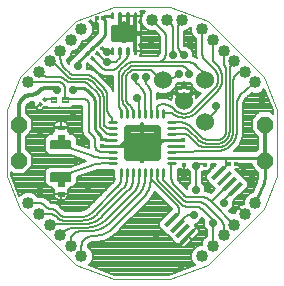
<source format=gtl>
G75*
%MOIN*%
%OFA0B0*%
%FSLAX25Y25*%
%IPPOS*%
%LPD*%
%AMOC8*
5,1,8,0,0,1.08239X$1,22.5*
%
%ADD10C,0.00100*%
%ADD11C,0.00236*%
%ADD12C,0.00640*%
%ADD13C,0.02441*%
%ADD14C,0.00984*%
%ADD15C,0.00591*%
%ADD16C,0.01476*%
%ADD17R,0.05709X0.01378*%
%ADD18C,0.00394*%
%ADD19C,0.04000*%
%ADD20C,0.06000*%
%ADD21OC8,0.05300*%
%ADD22C,0.00331*%
%ADD23C,0.00600*%
%ADD24C,0.00800*%
%ADD25OC8,0.02400*%
%ADD26C,0.01000*%
%ADD27C,0.00980*%
%ADD28C,0.01200*%
%ADD29C,0.02400*%
D10*
X0012350Y0030950D02*
X0008050Y0041950D01*
X0008050Y0064150D01*
X0012350Y0075150D01*
X0030950Y0093750D01*
X0043650Y0098450D01*
X0062450Y0098450D01*
X0075150Y0093750D01*
X0093750Y0075150D01*
X0098050Y0064150D01*
X0098050Y0041950D01*
X0093750Y0030950D01*
X0075150Y0012350D01*
X0062450Y0007650D01*
X0043650Y0007650D01*
X0030950Y0012350D01*
X0012350Y0030950D01*
D11*
X0040022Y0051715D02*
X0040022Y0052659D01*
X0040022Y0051715D02*
X0039078Y0051715D01*
X0039078Y0052659D01*
X0040022Y0052659D01*
X0040022Y0051950D02*
X0039078Y0051950D01*
X0039078Y0052185D02*
X0040022Y0052185D01*
X0040022Y0052420D02*
X0039078Y0052420D01*
X0039078Y0052655D02*
X0040022Y0052655D01*
X0039078Y0053841D02*
X0039078Y0054785D01*
X0040022Y0054785D01*
X0040022Y0053841D01*
X0039078Y0053841D01*
X0039078Y0054076D02*
X0040022Y0054076D01*
X0040022Y0054311D02*
X0039078Y0054311D01*
X0039078Y0054546D02*
X0040022Y0054546D01*
X0040022Y0054781D02*
X0039078Y0054781D01*
X0020502Y0068169D02*
X0019835Y0067502D01*
X0020502Y0068169D02*
X0021169Y0067502D01*
X0020502Y0066835D01*
X0019835Y0067502D01*
X0020267Y0067070D02*
X0020737Y0067070D01*
X0020972Y0067305D02*
X0020032Y0067305D01*
X0019873Y0067540D02*
X0021131Y0067540D01*
X0020896Y0067775D02*
X0020108Y0067775D01*
X0020343Y0068010D02*
X0020661Y0068010D01*
X0019665Y0065998D02*
X0018998Y0065331D01*
X0018331Y0065998D01*
X0018998Y0066665D01*
X0019665Y0065998D01*
X0019233Y0065566D02*
X0018763Y0065566D01*
X0018528Y0065801D02*
X0019468Y0065801D01*
X0019627Y0066036D02*
X0018369Y0066036D01*
X0018604Y0066271D02*
X0019392Y0066271D01*
X0019157Y0066506D02*
X0018839Y0066506D01*
X0034898Y0082235D02*
X0034231Y0082902D01*
X0034898Y0083569D01*
X0035565Y0082902D01*
X0034898Y0082235D01*
X0035133Y0082470D02*
X0034663Y0082470D01*
X0034428Y0082705D02*
X0035368Y0082705D01*
X0035527Y0082940D02*
X0034269Y0082940D01*
X0034504Y0083175D02*
X0035292Y0083175D01*
X0035057Y0083410D02*
X0034739Y0083410D01*
X0035831Y0084502D02*
X0036498Y0083835D01*
X0035831Y0084502D02*
X0036498Y0085169D01*
X0037165Y0084502D01*
X0036498Y0083835D01*
X0036733Y0084070D02*
X0036263Y0084070D01*
X0036028Y0084305D02*
X0036968Y0084305D01*
X0037127Y0084540D02*
X0035869Y0084540D01*
X0036104Y0084775D02*
X0036892Y0084775D01*
X0036657Y0085010D02*
X0036339Y0085010D01*
X0037431Y0086102D02*
X0038098Y0085435D01*
X0037431Y0086102D02*
X0038098Y0086769D01*
X0038765Y0086102D01*
X0038098Y0085435D01*
X0038333Y0085670D02*
X0037863Y0085670D01*
X0037628Y0085905D02*
X0038568Y0085905D01*
X0038727Y0086140D02*
X0037469Y0086140D01*
X0037704Y0086375D02*
X0038492Y0086375D01*
X0038257Y0086610D02*
X0037939Y0086610D01*
X0039602Y0085265D02*
X0040269Y0084598D01*
X0039602Y0083931D01*
X0038935Y0084598D01*
X0039602Y0085265D01*
X0039837Y0084166D02*
X0039367Y0084166D01*
X0039132Y0084401D02*
X0040072Y0084401D01*
X0040231Y0084636D02*
X0038973Y0084636D01*
X0039208Y0084871D02*
X0039996Y0084871D01*
X0039761Y0085106D02*
X0039443Y0085106D01*
X0038002Y0083665D02*
X0038669Y0082998D01*
X0038002Y0082331D01*
X0037335Y0082998D01*
X0038002Y0083665D01*
X0038237Y0082566D02*
X0037767Y0082566D01*
X0037532Y0082801D02*
X0038472Y0082801D01*
X0038631Y0083036D02*
X0037373Y0083036D01*
X0037608Y0083271D02*
X0038396Y0083271D01*
X0038161Y0083506D02*
X0037843Y0083506D01*
X0036402Y0082065D02*
X0037069Y0081398D01*
X0036402Y0080731D01*
X0035735Y0081398D01*
X0036402Y0082065D01*
X0036637Y0080966D02*
X0036167Y0080966D01*
X0035932Y0081201D02*
X0036872Y0081201D01*
X0037031Y0081436D02*
X0035773Y0081436D01*
X0036008Y0081671D02*
X0036796Y0081671D01*
X0036561Y0081906D02*
X0036243Y0081906D01*
X0037415Y0094278D02*
X0038359Y0094278D01*
X0037415Y0094278D02*
X0037415Y0095222D01*
X0038359Y0095222D01*
X0038359Y0094278D01*
X0038359Y0094513D02*
X0037415Y0094513D01*
X0037415Y0094748D02*
X0038359Y0094748D01*
X0038359Y0094983D02*
X0037415Y0094983D01*
X0037415Y0095218D02*
X0038359Y0095218D01*
X0039541Y0095222D02*
X0040485Y0095222D01*
X0040485Y0094278D01*
X0039541Y0094278D01*
X0039541Y0095222D01*
X0039541Y0094513D02*
X0040485Y0094513D01*
X0040485Y0094748D02*
X0039541Y0094748D01*
X0039541Y0094983D02*
X0040485Y0094983D01*
X0040485Y0095218D02*
X0039541Y0095218D01*
X0066078Y0054585D02*
X0066078Y0053641D01*
X0066078Y0054585D02*
X0067022Y0054585D01*
X0067022Y0053641D01*
X0066078Y0053641D01*
X0066078Y0053876D02*
X0067022Y0053876D01*
X0067022Y0054111D02*
X0066078Y0054111D01*
X0066078Y0054346D02*
X0067022Y0054346D01*
X0067022Y0054581D02*
X0066078Y0054581D01*
X0067022Y0052459D02*
X0067022Y0051515D01*
X0066078Y0051515D01*
X0066078Y0052459D01*
X0067022Y0052459D01*
X0067022Y0051750D02*
X0066078Y0051750D01*
X0066078Y0051985D02*
X0067022Y0051985D01*
X0067022Y0052220D02*
X0066078Y0052220D01*
X0066078Y0052455D02*
X0067022Y0052455D01*
X0066578Y0048485D02*
X0066578Y0047541D01*
X0066578Y0048485D02*
X0067522Y0048485D01*
X0067522Y0047541D01*
X0066578Y0047541D01*
X0066578Y0047776D02*
X0067522Y0047776D01*
X0067522Y0048011D02*
X0066578Y0048011D01*
X0066578Y0048246D02*
X0067522Y0048246D01*
X0067522Y0048481D02*
X0066578Y0048481D01*
X0067522Y0046359D02*
X0067522Y0045415D01*
X0066578Y0045415D01*
X0066578Y0046359D01*
X0067522Y0046359D01*
X0067522Y0045650D02*
X0066578Y0045650D01*
X0066578Y0045885D02*
X0067522Y0045885D01*
X0067522Y0046120D02*
X0066578Y0046120D01*
X0066578Y0046355D02*
X0067522Y0046355D01*
X0074322Y0046359D02*
X0074322Y0045415D01*
X0073378Y0045415D01*
X0073378Y0046359D01*
X0074322Y0046359D01*
X0074322Y0045650D02*
X0073378Y0045650D01*
X0073378Y0045885D02*
X0074322Y0045885D01*
X0074322Y0046120D02*
X0073378Y0046120D01*
X0073378Y0046355D02*
X0074322Y0046355D01*
X0073378Y0047541D02*
X0073378Y0048485D01*
X0074322Y0048485D01*
X0074322Y0047541D01*
X0073378Y0047541D01*
X0073378Y0047776D02*
X0074322Y0047776D01*
X0074322Y0048011D02*
X0073378Y0048011D01*
X0073378Y0048246D02*
X0074322Y0048246D01*
X0074322Y0048481D02*
X0073378Y0048481D01*
X0081515Y0045578D02*
X0082459Y0045578D01*
X0081515Y0045578D02*
X0081515Y0046522D01*
X0082459Y0046522D01*
X0082459Y0045578D01*
X0082459Y0045813D02*
X0081515Y0045813D01*
X0081515Y0046048D02*
X0082459Y0046048D01*
X0082459Y0046283D02*
X0081515Y0046283D01*
X0081515Y0046518D02*
X0082459Y0046518D01*
X0083641Y0046522D02*
X0084585Y0046522D01*
X0084585Y0045578D01*
X0083641Y0045578D01*
X0083641Y0046522D01*
X0083641Y0045813D02*
X0084585Y0045813D01*
X0084585Y0046048D02*
X0083641Y0046048D01*
X0083641Y0046283D02*
X0084585Y0046283D01*
X0084585Y0046518D02*
X0083641Y0046518D01*
D12*
X0029230Y0040464D02*
X0022870Y0040464D01*
X0022870Y0043024D01*
X0029230Y0043024D01*
X0029230Y0040464D01*
X0029230Y0041103D02*
X0022870Y0041103D01*
X0022870Y0041742D02*
X0029230Y0041742D01*
X0029230Y0042381D02*
X0022870Y0042381D01*
X0022870Y0043020D02*
X0029230Y0043020D01*
X0029230Y0051264D02*
X0022870Y0051264D01*
X0022870Y0053824D01*
X0029230Y0053824D01*
X0029230Y0051264D01*
X0029230Y0051903D02*
X0022870Y0051903D01*
X0022870Y0052542D02*
X0029230Y0052542D01*
X0029230Y0053181D02*
X0022870Y0053181D01*
X0022870Y0053820D02*
X0029230Y0053820D01*
D13*
X0048168Y0048168D02*
X0057932Y0048168D01*
X0048168Y0048168D02*
X0048168Y0057932D01*
X0057932Y0057932D01*
X0057932Y0048168D01*
X0057932Y0050608D02*
X0048168Y0050608D01*
X0048168Y0053048D02*
X0057932Y0053048D01*
X0057932Y0055488D02*
X0048168Y0055488D01*
X0048168Y0057928D02*
X0057932Y0057928D01*
D14*
X0061810Y0057971D02*
X0063976Y0057971D01*
X0063976Y0056003D02*
X0061810Y0056003D01*
X0061810Y0054034D02*
X0063976Y0054034D01*
X0063976Y0052066D02*
X0061810Y0052066D01*
X0061810Y0050097D02*
X0063976Y0050097D01*
X0063976Y0048129D02*
X0061810Y0048129D01*
X0061810Y0046160D02*
X0063976Y0046160D01*
X0059940Y0044290D02*
X0059940Y0042124D01*
X0057971Y0042124D02*
X0057971Y0044290D01*
X0056003Y0044290D02*
X0056003Y0042124D01*
X0054034Y0042124D02*
X0054034Y0044290D01*
X0052066Y0044290D02*
X0052066Y0042124D01*
X0050097Y0042124D02*
X0050097Y0044290D01*
X0048129Y0044290D02*
X0048129Y0042124D01*
X0046160Y0042124D02*
X0046160Y0044290D01*
X0044290Y0046160D02*
X0042124Y0046160D01*
X0042124Y0048129D02*
X0044290Y0048129D01*
X0044290Y0050097D02*
X0042124Y0050097D01*
X0042124Y0052066D02*
X0044290Y0052066D01*
X0044290Y0054034D02*
X0042124Y0054034D01*
X0042124Y0056003D02*
X0044290Y0056003D01*
X0044290Y0057971D02*
X0042124Y0057971D01*
X0042124Y0059940D02*
X0044290Y0059940D01*
X0046160Y0061810D02*
X0046160Y0063976D01*
X0048129Y0063976D02*
X0048129Y0061810D01*
X0050097Y0061810D02*
X0050097Y0063976D01*
X0052066Y0063976D02*
X0052066Y0061810D01*
X0054034Y0061810D02*
X0054034Y0063976D01*
X0056003Y0063976D02*
X0056003Y0061810D01*
X0057971Y0061810D02*
X0057971Y0063976D01*
X0059940Y0063976D02*
X0059940Y0061810D01*
X0061810Y0059940D02*
X0063976Y0059940D01*
D15*
X0051184Y0082758D02*
X0051184Y0084530D01*
X0051184Y0082758D02*
X0050594Y0082758D01*
X0050594Y0084530D01*
X0051184Y0084530D01*
X0051184Y0083348D02*
X0050594Y0083348D01*
X0050594Y0083938D02*
X0051184Y0083938D01*
X0051184Y0084528D02*
X0050594Y0084528D01*
X0048625Y0084530D02*
X0048625Y0082758D01*
X0048035Y0082758D01*
X0048035Y0084530D01*
X0048625Y0084530D01*
X0048625Y0083348D02*
X0048035Y0083348D01*
X0048035Y0083938D02*
X0048625Y0083938D01*
X0048625Y0084528D02*
X0048035Y0084528D01*
X0046065Y0084530D02*
X0046065Y0082758D01*
X0045475Y0082758D01*
X0045475Y0084530D01*
X0046065Y0084530D01*
X0046065Y0083348D02*
X0045475Y0083348D01*
X0045475Y0083938D02*
X0046065Y0083938D01*
X0046065Y0084528D02*
X0045475Y0084528D01*
X0043506Y0084530D02*
X0043506Y0082758D01*
X0042916Y0082758D01*
X0042916Y0084530D01*
X0043506Y0084530D01*
X0043506Y0083348D02*
X0042916Y0083348D01*
X0042916Y0083938D02*
X0043506Y0083938D01*
X0043506Y0084528D02*
X0042916Y0084528D01*
X0042916Y0094570D02*
X0042916Y0096342D01*
X0043506Y0096342D01*
X0043506Y0094570D01*
X0042916Y0094570D01*
X0042916Y0095160D02*
X0043506Y0095160D01*
X0043506Y0095750D02*
X0042916Y0095750D01*
X0042916Y0096340D02*
X0043506Y0096340D01*
X0045475Y0096342D02*
X0045475Y0094570D01*
X0045475Y0096342D02*
X0046065Y0096342D01*
X0046065Y0094570D01*
X0045475Y0094570D01*
X0045475Y0095160D02*
X0046065Y0095160D01*
X0046065Y0095750D02*
X0045475Y0095750D01*
X0045475Y0096340D02*
X0046065Y0096340D01*
X0048035Y0096342D02*
X0048035Y0094570D01*
X0048035Y0096342D02*
X0048625Y0096342D01*
X0048625Y0094570D01*
X0048035Y0094570D01*
X0048035Y0095160D02*
X0048625Y0095160D01*
X0048625Y0095750D02*
X0048035Y0095750D01*
X0048035Y0096340D02*
X0048625Y0096340D01*
X0050594Y0096342D02*
X0050594Y0094570D01*
X0050594Y0096342D02*
X0051184Y0096342D01*
X0051184Y0094570D01*
X0050594Y0094570D01*
X0050594Y0095160D02*
X0051184Y0095160D01*
X0051184Y0095750D02*
X0050594Y0095750D01*
X0050594Y0096340D02*
X0051184Y0096340D01*
D16*
X0050839Y0091765D02*
X0050839Y0087335D01*
X0043261Y0087335D01*
X0043261Y0091765D01*
X0050839Y0091765D01*
X0050839Y0088810D02*
X0043261Y0088810D01*
X0043261Y0090285D02*
X0050839Y0090285D01*
X0050839Y0091760D02*
X0043261Y0091760D01*
D17*
G36*
X0076195Y0041599D02*
X0080230Y0045634D01*
X0081205Y0044659D01*
X0077170Y0040624D01*
X0076195Y0041599D01*
G37*
G36*
X0078005Y0039789D02*
X0082040Y0043824D01*
X0083015Y0042849D01*
X0078980Y0038814D01*
X0078005Y0039789D01*
G37*
G36*
X0079814Y0037980D02*
X0083849Y0042015D01*
X0084824Y0041040D01*
X0080789Y0037005D01*
X0079814Y0037980D01*
G37*
G36*
X0081624Y0036170D02*
X0085659Y0040205D01*
X0086634Y0039230D01*
X0082599Y0035195D01*
X0081624Y0036170D01*
G37*
G36*
X0070905Y0023501D02*
X0066870Y0019466D01*
X0065895Y0020441D01*
X0069930Y0024476D01*
X0070905Y0023501D01*
G37*
G36*
X0069095Y0025311D02*
X0065060Y0021276D01*
X0064085Y0022251D01*
X0068120Y0026286D01*
X0069095Y0025311D01*
G37*
G36*
X0067286Y0027120D02*
X0063251Y0023085D01*
X0062276Y0024060D01*
X0066311Y0028095D01*
X0067286Y0027120D01*
G37*
G36*
X0065476Y0028930D02*
X0061441Y0024895D01*
X0060466Y0025870D01*
X0064501Y0029905D01*
X0065476Y0028930D01*
G37*
D18*
X0028503Y0068337D02*
X0026535Y0068337D01*
X0028503Y0068337D02*
X0028503Y0066763D01*
X0026535Y0066763D01*
X0026535Y0068337D01*
X0026535Y0067156D02*
X0028503Y0067156D01*
X0028503Y0067549D02*
X0026535Y0067549D01*
X0026535Y0067942D02*
X0028503Y0067942D01*
X0028503Y0068335D02*
X0026535Y0068335D01*
X0024565Y0068337D02*
X0022597Y0068337D01*
X0024565Y0068337D02*
X0024565Y0066763D01*
X0022597Y0066763D01*
X0022597Y0068337D01*
X0022597Y0067156D02*
X0024565Y0067156D01*
X0024565Y0067549D02*
X0022597Y0067549D01*
X0022597Y0067942D02*
X0024565Y0067942D01*
X0024565Y0068335D02*
X0022597Y0068335D01*
D19*
X0022282Y0025818D03*
X0025818Y0022282D03*
X0029353Y0018747D03*
X0032889Y0015211D03*
X0018747Y0029353D03*
X0015211Y0032889D03*
X0015211Y0073211D03*
X0018747Y0076747D03*
X0022282Y0080282D03*
X0025818Y0083818D03*
X0029353Y0087353D03*
X0032889Y0090889D03*
X0056550Y0094050D03*
X0061550Y0094050D03*
X0066550Y0094050D03*
X0073211Y0090889D03*
X0076747Y0087353D03*
X0080282Y0083818D03*
X0083818Y0080282D03*
X0087353Y0076747D03*
X0090889Y0073211D03*
X0090889Y0032889D03*
X0087353Y0029353D03*
X0083818Y0025818D03*
X0080282Y0022282D03*
X0076747Y0018747D03*
X0073211Y0015211D03*
D20*
X0074121Y0059979D03*
X0067050Y0067050D03*
X0074121Y0074121D03*
X0059979Y0074121D03*
D21*
X0094050Y0059050D03*
X0094050Y0047050D03*
X0012050Y0047050D03*
X0012050Y0059050D03*
D22*
X0025152Y0058821D02*
X0026948Y0058821D01*
X0026948Y0057497D01*
X0025152Y0057497D01*
X0025152Y0058821D01*
X0025152Y0057827D02*
X0026948Y0057827D01*
X0026948Y0058157D02*
X0025152Y0058157D01*
X0025152Y0058487D02*
X0026948Y0058487D01*
X0026948Y0058817D02*
X0025152Y0058817D01*
X0025152Y0055592D02*
X0026948Y0055592D01*
X0026948Y0054268D01*
X0025152Y0054268D01*
X0025152Y0055592D01*
X0025152Y0054598D02*
X0026948Y0054598D01*
X0026948Y0054928D02*
X0025152Y0054928D01*
X0025152Y0055258D02*
X0026948Y0055258D01*
X0026948Y0055588D02*
X0025152Y0055588D01*
X0025152Y0038697D02*
X0026948Y0038697D01*
X0025152Y0038697D02*
X0025152Y0040021D01*
X0026948Y0040021D01*
X0026948Y0038697D01*
X0026948Y0039027D02*
X0025152Y0039027D01*
X0025152Y0039357D02*
X0026948Y0039357D01*
X0026948Y0039687D02*
X0025152Y0039687D01*
X0025152Y0040017D02*
X0026948Y0040017D01*
X0026948Y0035468D02*
X0025152Y0035468D01*
X0025152Y0036792D01*
X0026948Y0036792D01*
X0026948Y0035468D01*
X0026948Y0035798D02*
X0025152Y0035798D01*
X0025152Y0036128D02*
X0026948Y0036128D01*
X0026948Y0036458D02*
X0025152Y0036458D01*
X0025152Y0036788D02*
X0026948Y0036788D01*
D23*
X0022728Y0031050D02*
X0022640Y0031052D01*
X0022553Y0031057D01*
X0022466Y0031066D01*
X0022379Y0031079D01*
X0022293Y0031095D01*
X0022208Y0031115D01*
X0022123Y0031138D01*
X0022040Y0031165D01*
X0021958Y0031195D01*
X0021877Y0031228D01*
X0021797Y0031265D01*
X0021719Y0031305D01*
X0021643Y0031349D01*
X0021569Y0031395D01*
X0021497Y0031444D01*
X0021426Y0031497D01*
X0021358Y0031552D01*
X0021293Y0031610D01*
X0021230Y0031671D01*
X0021229Y0031671D02*
X0020566Y0032334D01*
X0019226Y0032889D02*
X0015211Y0032889D01*
X0018747Y0029353D02*
X0022507Y0029353D01*
X0022981Y0031050D02*
X0023060Y0031048D01*
X0023139Y0031042D01*
X0023218Y0031033D01*
X0023296Y0031019D01*
X0023374Y0031002D01*
X0023450Y0030980D01*
X0023525Y0030956D01*
X0023599Y0030927D01*
X0023672Y0030895D01*
X0023743Y0030859D01*
X0023812Y0030820D01*
X0023879Y0030778D01*
X0023944Y0030732D01*
X0024006Y0030683D01*
X0024066Y0030631D01*
X0024124Y0030577D01*
X0024123Y0030577D02*
X0025439Y0029261D01*
X0024282Y0028618D02*
X0024983Y0027917D01*
X0026834Y0027150D02*
X0032976Y0027150D01*
X0032765Y0028350D02*
X0027639Y0028350D01*
X0026834Y0027150D02*
X0026736Y0027152D01*
X0026638Y0027157D01*
X0026541Y0027166D01*
X0026444Y0027179D01*
X0026347Y0027196D01*
X0026252Y0027216D01*
X0026157Y0027239D01*
X0026063Y0027266D01*
X0025970Y0027297D01*
X0025878Y0027331D01*
X0025787Y0027368D01*
X0025699Y0027409D01*
X0025611Y0027453D01*
X0025526Y0027501D01*
X0025442Y0027551D01*
X0025360Y0027605D01*
X0025280Y0027661D01*
X0025202Y0027721D01*
X0025127Y0027783D01*
X0025054Y0027849D01*
X0024984Y0027916D01*
X0024282Y0028619D02*
X0024211Y0028687D01*
X0024137Y0028753D01*
X0024061Y0028815D01*
X0023982Y0028875D01*
X0023901Y0028931D01*
X0023818Y0028984D01*
X0023733Y0029034D01*
X0023647Y0029080D01*
X0023558Y0029123D01*
X0023468Y0029163D01*
X0023376Y0029199D01*
X0023283Y0029231D01*
X0023188Y0029260D01*
X0023093Y0029285D01*
X0022997Y0029306D01*
X0022900Y0029323D01*
X0022802Y0029337D01*
X0022704Y0029346D01*
X0022606Y0029352D01*
X0022507Y0029354D01*
X0022728Y0031050D02*
X0022981Y0031050D01*
X0020567Y0032334D02*
X0020507Y0032391D01*
X0020445Y0032445D01*
X0020380Y0032497D01*
X0020313Y0032546D01*
X0020245Y0032592D01*
X0020174Y0032635D01*
X0020101Y0032675D01*
X0020027Y0032711D01*
X0019952Y0032745D01*
X0019874Y0032775D01*
X0019796Y0032801D01*
X0019717Y0032824D01*
X0019636Y0032844D01*
X0019555Y0032860D01*
X0019473Y0032873D01*
X0019391Y0032882D01*
X0019309Y0032887D01*
X0019226Y0032889D01*
X0022414Y0025950D02*
X0022282Y0025818D01*
X0022414Y0025950D02*
X0033497Y0025950D01*
X0034046Y0024750D02*
X0030502Y0024750D01*
X0032439Y0023550D02*
X0034787Y0023550D01*
X0030067Y0022568D02*
X0030001Y0022499D01*
X0029937Y0022427D01*
X0029877Y0022353D01*
X0029819Y0022277D01*
X0029764Y0022198D01*
X0029712Y0022117D01*
X0029664Y0022035D01*
X0029619Y0021950D01*
X0029577Y0021864D01*
X0029539Y0021776D01*
X0029504Y0021687D01*
X0029472Y0021597D01*
X0029445Y0021505D01*
X0029420Y0021412D01*
X0029400Y0021319D01*
X0029383Y0021225D01*
X0029370Y0021130D01*
X0029361Y0021034D01*
X0029355Y0020939D01*
X0029353Y0020843D01*
X0029353Y0018747D01*
X0026718Y0023182D02*
X0026821Y0023284D01*
X0026928Y0023382D01*
X0027037Y0023477D01*
X0027149Y0023569D01*
X0027263Y0023659D01*
X0027380Y0023745D01*
X0027499Y0023828D01*
X0027620Y0023908D01*
X0027743Y0023984D01*
X0027868Y0024057D01*
X0027995Y0024127D01*
X0028124Y0024193D01*
X0028255Y0024255D01*
X0028387Y0024314D01*
X0028521Y0024370D01*
X0028656Y0024422D01*
X0028793Y0024470D01*
X0028931Y0024514D01*
X0029070Y0024555D01*
X0029210Y0024592D01*
X0029351Y0024625D01*
X0029493Y0024654D01*
X0029636Y0024679D01*
X0029779Y0024701D01*
X0029923Y0024719D01*
X0030068Y0024732D01*
X0030212Y0024742D01*
X0030357Y0024748D01*
X0030502Y0024750D01*
X0026718Y0023183D02*
X0025818Y0022282D01*
X0030067Y0022568D02*
X0030150Y0022647D01*
X0030235Y0022724D01*
X0030322Y0022798D01*
X0030412Y0022868D01*
X0030505Y0022936D01*
X0030599Y0023001D01*
X0030696Y0023062D01*
X0030795Y0023120D01*
X0030896Y0023174D01*
X0030999Y0023225D01*
X0031103Y0023272D01*
X0031209Y0023316D01*
X0031316Y0023356D01*
X0031424Y0023393D01*
X0031534Y0023426D01*
X0031645Y0023455D01*
X0031757Y0023480D01*
X0031869Y0023501D01*
X0031982Y0023519D01*
X0032096Y0023532D01*
X0032210Y0023542D01*
X0032324Y0023548D01*
X0032439Y0023550D01*
X0032889Y0018685D02*
X0032889Y0015211D01*
X0032888Y0018685D02*
X0032890Y0018789D01*
X0032895Y0018892D01*
X0032905Y0018996D01*
X0032918Y0019099D01*
X0032934Y0019201D01*
X0032954Y0019303D01*
X0032978Y0019404D01*
X0033006Y0019504D01*
X0033037Y0019603D01*
X0033071Y0019701D01*
X0033109Y0019797D01*
X0033151Y0019893D01*
X0033195Y0019986D01*
X0033244Y0020078D01*
X0033295Y0020168D01*
X0033349Y0020257D01*
X0033407Y0020343D01*
X0033468Y0020427D01*
X0033531Y0020509D01*
X0033598Y0020589D01*
X0033667Y0020666D01*
X0033739Y0020741D01*
X0033740Y0020740D02*
X0033833Y0020831D01*
X0033929Y0020919D01*
X0034027Y0021004D01*
X0034128Y0021086D01*
X0034232Y0021165D01*
X0034337Y0021241D01*
X0034445Y0021314D01*
X0034554Y0021384D01*
X0034666Y0021451D01*
X0034780Y0021514D01*
X0034895Y0021574D01*
X0035012Y0021631D01*
X0035131Y0021684D01*
X0035251Y0021734D01*
X0035372Y0021780D01*
X0035495Y0021823D01*
X0035619Y0021862D01*
X0035745Y0021898D01*
X0035871Y0021929D01*
X0035998Y0021958D01*
X0036125Y0021982D01*
X0036254Y0022003D01*
X0036383Y0022020D01*
X0036512Y0022033D01*
X0036642Y0022042D01*
X0036772Y0022048D01*
X0036902Y0022050D01*
X0043471Y0024771D02*
X0053390Y0034690D01*
X0051897Y0035797D02*
X0043089Y0026989D01*
X0041369Y0027763D02*
X0050366Y0036675D01*
X0048532Y0037232D02*
X0039904Y0028604D01*
X0038223Y0029323D02*
X0046733Y0037833D01*
X0044835Y0038335D02*
X0036324Y0029824D01*
X0036902Y0022050D02*
X0037123Y0022053D01*
X0037344Y0022061D01*
X0037565Y0022074D01*
X0037785Y0022092D01*
X0038005Y0022116D01*
X0038224Y0022145D01*
X0038442Y0022179D01*
X0038660Y0022218D01*
X0038877Y0022262D01*
X0039092Y0022312D01*
X0039306Y0022367D01*
X0039519Y0022426D01*
X0039730Y0022491D01*
X0039940Y0022561D01*
X0040148Y0022636D01*
X0040354Y0022715D01*
X0040559Y0022800D01*
X0040761Y0022889D01*
X0040961Y0022984D01*
X0041158Y0023083D01*
X0041354Y0023186D01*
X0041546Y0023294D01*
X0041737Y0023407D01*
X0041924Y0023525D01*
X0042109Y0023646D01*
X0042290Y0023772D01*
X0042469Y0023903D01*
X0042644Y0024037D01*
X0042816Y0024176D01*
X0042985Y0024319D01*
X0043150Y0024466D01*
X0043312Y0024616D01*
X0043470Y0024771D01*
X0039904Y0028604D02*
X0039745Y0028449D01*
X0039582Y0028297D01*
X0039415Y0028150D01*
X0039245Y0028007D01*
X0039072Y0027868D01*
X0038895Y0027733D01*
X0038714Y0027603D01*
X0038531Y0027477D01*
X0038345Y0027356D01*
X0038155Y0027239D01*
X0037963Y0027127D01*
X0037768Y0027020D01*
X0037571Y0026917D01*
X0037371Y0026820D01*
X0037169Y0026727D01*
X0036964Y0026640D01*
X0036758Y0026557D01*
X0036550Y0026480D01*
X0036339Y0026407D01*
X0036127Y0026340D01*
X0035914Y0026278D01*
X0035699Y0026222D01*
X0035482Y0026170D01*
X0035265Y0026124D01*
X0035046Y0026083D01*
X0034827Y0026048D01*
X0034606Y0026018D01*
X0034385Y0025994D01*
X0034164Y0025975D01*
X0033942Y0025961D01*
X0033719Y0025953D01*
X0033497Y0025950D01*
X0027639Y0028350D02*
X0027528Y0028352D01*
X0027417Y0028358D01*
X0027306Y0028368D01*
X0027196Y0028382D01*
X0027087Y0028399D01*
X0026978Y0028421D01*
X0026870Y0028447D01*
X0026763Y0028476D01*
X0026657Y0028509D01*
X0026552Y0028546D01*
X0026448Y0028587D01*
X0026347Y0028631D01*
X0026246Y0028679D01*
X0026148Y0028731D01*
X0026052Y0028785D01*
X0025957Y0028844D01*
X0025865Y0028906D01*
X0025775Y0028971D01*
X0025687Y0029039D01*
X0025602Y0029110D01*
X0025519Y0029184D01*
X0025439Y0029261D01*
X0032765Y0028350D02*
X0032906Y0028352D01*
X0033047Y0028358D01*
X0033188Y0028368D01*
X0033329Y0028382D01*
X0033469Y0028399D01*
X0033608Y0028421D01*
X0033747Y0028447D01*
X0033885Y0028476D01*
X0034022Y0028510D01*
X0034158Y0028547D01*
X0034293Y0028588D01*
X0034427Y0028632D01*
X0034560Y0028681D01*
X0034691Y0028733D01*
X0034821Y0028789D01*
X0034949Y0028848D01*
X0035075Y0028911D01*
X0035200Y0028978D01*
X0035322Y0029048D01*
X0035443Y0029121D01*
X0035561Y0029198D01*
X0035677Y0029278D01*
X0035791Y0029362D01*
X0035903Y0029448D01*
X0036012Y0029538D01*
X0036119Y0029630D01*
X0036223Y0029726D01*
X0036324Y0029824D01*
X0038223Y0029323D02*
X0038092Y0029196D01*
X0037959Y0029072D01*
X0037823Y0028952D01*
X0037683Y0028834D01*
X0037541Y0028720D01*
X0037396Y0028610D01*
X0037248Y0028504D01*
X0037098Y0028400D01*
X0036946Y0028301D01*
X0036791Y0028206D01*
X0036633Y0028114D01*
X0036474Y0028026D01*
X0036312Y0027942D01*
X0036148Y0027862D01*
X0035983Y0027787D01*
X0035816Y0027715D01*
X0035646Y0027647D01*
X0035476Y0027584D01*
X0035304Y0027525D01*
X0035130Y0027470D01*
X0034955Y0027419D01*
X0034779Y0027372D01*
X0034602Y0027330D01*
X0034424Y0027293D01*
X0034245Y0027259D01*
X0034065Y0027230D01*
X0033884Y0027206D01*
X0033703Y0027186D01*
X0033522Y0027170D01*
X0033340Y0027159D01*
X0033158Y0027152D01*
X0032976Y0027150D01*
X0034046Y0024750D02*
X0034300Y0024753D01*
X0034554Y0024762D01*
X0034807Y0024778D01*
X0035060Y0024800D01*
X0035312Y0024827D01*
X0035564Y0024861D01*
X0035815Y0024901D01*
X0036064Y0024948D01*
X0036313Y0025000D01*
X0036560Y0025058D01*
X0036805Y0025122D01*
X0037049Y0025193D01*
X0037291Y0025269D01*
X0037532Y0025351D01*
X0037770Y0025439D01*
X0038006Y0025533D01*
X0038239Y0025632D01*
X0038470Y0025737D01*
X0038699Y0025848D01*
X0038925Y0025964D01*
X0039147Y0026086D01*
X0039367Y0026213D01*
X0039584Y0026346D01*
X0039797Y0026483D01*
X0040007Y0026626D01*
X0040213Y0026774D01*
X0040416Y0026927D01*
X0040615Y0027085D01*
X0040810Y0027248D01*
X0041001Y0027415D01*
X0041187Y0027587D01*
X0041370Y0027763D01*
X0043089Y0026989D02*
X0042883Y0026788D01*
X0042672Y0026591D01*
X0042456Y0026401D01*
X0042235Y0026215D01*
X0042010Y0026035D01*
X0041781Y0025861D01*
X0041548Y0025692D01*
X0041310Y0025529D01*
X0041068Y0025372D01*
X0040823Y0025220D01*
X0040574Y0025075D01*
X0040322Y0024936D01*
X0040066Y0024804D01*
X0039807Y0024677D01*
X0039545Y0024557D01*
X0039280Y0024444D01*
X0039013Y0024337D01*
X0038742Y0024236D01*
X0038470Y0024143D01*
X0038195Y0024056D01*
X0037918Y0023975D01*
X0037640Y0023902D01*
X0037359Y0023835D01*
X0037078Y0023776D01*
X0036794Y0023723D01*
X0036510Y0023677D01*
X0036224Y0023638D01*
X0035938Y0023607D01*
X0035651Y0023582D01*
X0035363Y0023564D01*
X0035075Y0023554D01*
X0034787Y0023550D01*
X0036612Y0045717D02*
X0036820Y0045782D01*
X0037030Y0045842D01*
X0037241Y0045897D01*
X0037453Y0045947D01*
X0037667Y0045991D01*
X0037881Y0046031D01*
X0038096Y0046065D01*
X0038312Y0046094D01*
X0038529Y0046118D01*
X0038746Y0046136D01*
X0038964Y0046149D01*
X0039182Y0046157D01*
X0039400Y0046160D01*
X0043207Y0046160D01*
X0043207Y0048129D02*
X0039372Y0048129D01*
X0036640Y0048563D02*
X0029084Y0051376D01*
X0026050Y0051376D01*
X0026050Y0052544D01*
X0026050Y0042904D02*
X0026050Y0041744D01*
X0026050Y0042904D02*
X0029056Y0042904D01*
X0036613Y0045717D01*
X0046160Y0041534D02*
X0046158Y0041402D01*
X0046152Y0041271D01*
X0046143Y0041140D01*
X0046129Y0041009D01*
X0046112Y0040878D01*
X0046091Y0040748D01*
X0046067Y0040619D01*
X0046038Y0040491D01*
X0046006Y0040363D01*
X0045970Y0040237D01*
X0045930Y0040111D01*
X0045887Y0039987D01*
X0045840Y0039864D01*
X0045790Y0039742D01*
X0045736Y0039622D01*
X0045679Y0039504D01*
X0045618Y0039387D01*
X0045554Y0039272D01*
X0045486Y0039159D01*
X0045416Y0039048D01*
X0045342Y0038939D01*
X0045265Y0038832D01*
X0045185Y0038728D01*
X0045102Y0038626D01*
X0045016Y0038526D01*
X0044927Y0038429D01*
X0044835Y0038335D01*
X0048532Y0037232D02*
X0048633Y0037336D01*
X0048731Y0037442D01*
X0048826Y0037551D01*
X0048918Y0037663D01*
X0049008Y0037777D01*
X0049094Y0037893D01*
X0049176Y0038012D01*
X0049256Y0038132D01*
X0049332Y0038255D01*
X0049405Y0038380D01*
X0049475Y0038507D01*
X0049541Y0038636D01*
X0049603Y0038767D01*
X0049662Y0038899D01*
X0049718Y0039032D01*
X0049769Y0039167D01*
X0049817Y0039304D01*
X0049862Y0039442D01*
X0049902Y0039581D01*
X0049939Y0039721D01*
X0049972Y0039861D01*
X0050001Y0040003D01*
X0050027Y0040146D01*
X0050048Y0040289D01*
X0050066Y0040432D01*
X0050079Y0040576D01*
X0050089Y0040721D01*
X0050095Y0040865D01*
X0050097Y0041010D01*
X0050097Y0043207D01*
X0048129Y0043207D02*
X0048129Y0041203D01*
X0056002Y0040997D02*
X0055999Y0040785D01*
X0055992Y0040573D01*
X0055979Y0040361D01*
X0055962Y0040149D01*
X0055939Y0039938D01*
X0055911Y0039728D01*
X0055879Y0039518D01*
X0055841Y0039309D01*
X0055798Y0039101D01*
X0055751Y0038894D01*
X0055698Y0038689D01*
X0055641Y0038484D01*
X0055578Y0038281D01*
X0055511Y0038080D01*
X0055440Y0037880D01*
X0055363Y0037682D01*
X0055282Y0037486D01*
X0055196Y0037292D01*
X0055106Y0037100D01*
X0055011Y0036910D01*
X0054911Y0036723D01*
X0054807Y0036537D01*
X0054699Y0036355D01*
X0054586Y0036175D01*
X0054469Y0035998D01*
X0054348Y0035823D01*
X0054223Y0035652D01*
X0054094Y0035484D01*
X0053961Y0035318D01*
X0053824Y0035156D01*
X0053683Y0034998D01*
X0053538Y0034842D01*
X0053390Y0034690D01*
X0058891Y0040009D02*
X0066427Y0032473D01*
X0065038Y0031962D02*
X0056003Y0040997D01*
X0056003Y0043207D01*
X0057971Y0043207D02*
X0057971Y0042230D01*
X0059940Y0042048D02*
X0059940Y0043207D01*
X0057971Y0042230D02*
X0057973Y0042123D01*
X0057978Y0042016D01*
X0057987Y0041909D01*
X0058000Y0041802D01*
X0058017Y0041696D01*
X0058037Y0041591D01*
X0058060Y0041486D01*
X0058087Y0041383D01*
X0058118Y0041280D01*
X0058152Y0041178D01*
X0058190Y0041078D01*
X0058231Y0040979D01*
X0058275Y0040881D01*
X0058323Y0040785D01*
X0058374Y0040691D01*
X0058428Y0040598D01*
X0058486Y0040507D01*
X0058546Y0040419D01*
X0058609Y0040332D01*
X0058675Y0040248D01*
X0058745Y0040166D01*
X0058816Y0040086D01*
X0058891Y0040009D01*
X0060780Y0040020D02*
X0066730Y0034070D01*
X0067092Y0035608D02*
X0064024Y0038676D01*
X0062893Y0041407D02*
X0062893Y0046160D01*
X0062893Y0050097D02*
X0069071Y0050097D01*
X0071290Y0052810D02*
X0068746Y0055354D01*
X0067179Y0056003D02*
X0062893Y0056003D01*
X0062893Y0057971D02*
X0067054Y0057971D01*
X0068548Y0057352D02*
X0071657Y0054243D01*
X0072619Y0055081D02*
X0069178Y0058622D01*
X0068548Y0057353D02*
X0068485Y0057414D01*
X0068420Y0057471D01*
X0068352Y0057526D01*
X0068282Y0057579D01*
X0068210Y0057628D01*
X0068136Y0057674D01*
X0068060Y0057717D01*
X0067982Y0057757D01*
X0067903Y0057794D01*
X0067822Y0057827D01*
X0067740Y0057858D01*
X0067657Y0057884D01*
X0067573Y0057907D01*
X0067488Y0057927D01*
X0067402Y0057943D01*
X0067315Y0057956D01*
X0067228Y0057965D01*
X0067141Y0057970D01*
X0067054Y0057972D01*
X0065263Y0059940D02*
X0062893Y0059940D01*
X0063255Y0064745D02*
X0063170Y0064827D01*
X0063082Y0064907D01*
X0062992Y0064984D01*
X0062900Y0065058D01*
X0062805Y0065129D01*
X0062708Y0065198D01*
X0062609Y0065263D01*
X0062508Y0065325D01*
X0062405Y0065383D01*
X0062300Y0065439D01*
X0062193Y0065491D01*
X0062085Y0065540D01*
X0061976Y0065585D01*
X0061865Y0065627D01*
X0061753Y0065665D01*
X0061640Y0065700D01*
X0061525Y0065731D01*
X0061410Y0065759D01*
X0061294Y0065783D01*
X0061177Y0065804D01*
X0061060Y0065820D01*
X0060942Y0065833D01*
X0060824Y0065843D01*
X0060706Y0065848D01*
X0060587Y0065850D01*
X0059462Y0065850D01*
X0059390Y0065848D01*
X0059317Y0065843D01*
X0059245Y0065834D01*
X0059174Y0065822D01*
X0059103Y0065806D01*
X0059034Y0065786D01*
X0058965Y0065764D01*
X0058897Y0065738D01*
X0058831Y0065708D01*
X0058766Y0065676D01*
X0058703Y0065640D01*
X0058642Y0065601D01*
X0058583Y0065560D01*
X0058526Y0065515D01*
X0058471Y0065468D01*
X0058418Y0065418D01*
X0057971Y0064340D02*
X0057971Y0062893D01*
X0056003Y0062893D02*
X0056003Y0069717D01*
X0054034Y0068760D02*
X0054034Y0062893D01*
X0052050Y0062908D02*
X0052050Y0066160D01*
X0048454Y0066146D02*
X0048389Y0066214D01*
X0048326Y0066285D01*
X0048266Y0066358D01*
X0048209Y0066433D01*
X0048155Y0066510D01*
X0048104Y0066590D01*
X0048057Y0066671D01*
X0048012Y0066755D01*
X0047971Y0066840D01*
X0047933Y0066926D01*
X0047899Y0067014D01*
X0047868Y0067103D01*
X0047840Y0067193D01*
X0047816Y0067285D01*
X0047796Y0067377D01*
X0047780Y0067470D01*
X0047767Y0067563D01*
X0047757Y0067657D01*
X0047752Y0067752D01*
X0047750Y0067846D01*
X0047750Y0074887D01*
X0046550Y0075395D02*
X0046552Y0075473D01*
X0046558Y0075550D01*
X0046567Y0075627D01*
X0046580Y0075703D01*
X0046597Y0075779D01*
X0046618Y0075854D01*
X0046642Y0075928D01*
X0046670Y0076000D01*
X0046702Y0076071D01*
X0046737Y0076140D01*
X0046775Y0076208D01*
X0046816Y0076273D01*
X0046861Y0076337D01*
X0046909Y0076398D01*
X0046960Y0076457D01*
X0047013Y0076513D01*
X0048612Y0078112D01*
X0047947Y0079247D02*
X0048012Y0079309D01*
X0048080Y0079368D01*
X0048150Y0079425D01*
X0048222Y0079478D01*
X0048297Y0079528D01*
X0048374Y0079574D01*
X0048452Y0079617D01*
X0048533Y0079657D01*
X0048615Y0079693D01*
X0048699Y0079726D01*
X0048784Y0079755D01*
X0048870Y0079780D01*
X0048957Y0079801D01*
X0049045Y0079819D01*
X0049134Y0079832D01*
X0049224Y0079842D01*
X0049313Y0079848D01*
X0049403Y0079850D01*
X0059050Y0079850D01*
X0060290Y0081090D01*
X0060452Y0074121D02*
X0060617Y0074123D01*
X0060782Y0074129D01*
X0060946Y0074139D01*
X0061110Y0074152D01*
X0061274Y0074170D01*
X0061438Y0074192D01*
X0061601Y0074217D01*
X0061763Y0074246D01*
X0061924Y0074279D01*
X0062085Y0074316D01*
X0062245Y0074357D01*
X0062404Y0074402D01*
X0062561Y0074450D01*
X0062718Y0074502D01*
X0062873Y0074558D01*
X0063027Y0074617D01*
X0063179Y0074680D01*
X0063330Y0074747D01*
X0063479Y0074817D01*
X0063626Y0074891D01*
X0063772Y0074968D01*
X0063915Y0075049D01*
X0064057Y0075133D01*
X0064197Y0075221D01*
X0064335Y0075311D01*
X0064470Y0075405D01*
X0064603Y0075503D01*
X0064734Y0075603D01*
X0064862Y0075706D01*
X0064988Y0075813D01*
X0065112Y0075922D01*
X0065232Y0076035D01*
X0065350Y0076150D01*
X0065987Y0078650D02*
X0066099Y0078648D01*
X0066210Y0078642D01*
X0066321Y0078632D01*
X0066432Y0078618D01*
X0066542Y0078600D01*
X0066651Y0078579D01*
X0066760Y0078553D01*
X0066867Y0078523D01*
X0066974Y0078490D01*
X0067079Y0078453D01*
X0067183Y0078412D01*
X0067285Y0078368D01*
X0067385Y0078320D01*
X0067484Y0078268D01*
X0067581Y0078213D01*
X0067676Y0078154D01*
X0067769Y0078092D01*
X0067859Y0078027D01*
X0067947Y0077958D01*
X0068033Y0077887D01*
X0068116Y0077812D01*
X0068196Y0077735D01*
X0069016Y0079850D02*
X0069119Y0079848D01*
X0069222Y0079843D01*
X0069325Y0079834D01*
X0069427Y0079821D01*
X0069529Y0079805D01*
X0069630Y0079785D01*
X0069730Y0079761D01*
X0069830Y0079734D01*
X0069929Y0079704D01*
X0070026Y0079670D01*
X0070122Y0079633D01*
X0070217Y0079592D01*
X0070310Y0079548D01*
X0070402Y0079501D01*
X0070492Y0079450D01*
X0070580Y0079397D01*
X0070666Y0079340D01*
X0070750Y0079280D01*
X0070832Y0079218D01*
X0070912Y0079152D01*
X0070911Y0079152D02*
X0074121Y0075943D01*
X0074121Y0074121D01*
X0077188Y0071087D02*
X0077278Y0071181D01*
X0077366Y0071277D01*
X0077452Y0071376D01*
X0077534Y0071477D01*
X0077613Y0071580D01*
X0077690Y0071686D01*
X0077763Y0071794D01*
X0077833Y0071904D01*
X0077900Y0072015D01*
X0077963Y0072129D01*
X0078023Y0072245D01*
X0078080Y0072362D01*
X0078134Y0072481D01*
X0078183Y0072602D01*
X0078230Y0072723D01*
X0078273Y0072847D01*
X0078312Y0072971D01*
X0078347Y0073096D01*
X0078379Y0073223D01*
X0078407Y0073350D01*
X0078432Y0073478D01*
X0078453Y0073607D01*
X0078470Y0073736D01*
X0078483Y0073865D01*
X0078492Y0073995D01*
X0078498Y0074126D01*
X0078500Y0074256D01*
X0079850Y0074497D02*
X0079850Y0074637D01*
X0082250Y0077265D02*
X0082250Y0056950D01*
X0081050Y0056950D02*
X0081050Y0077646D01*
X0080553Y0078848D02*
X0080512Y0078892D01*
X0080473Y0078938D01*
X0080438Y0078987D01*
X0080406Y0079038D01*
X0080378Y0079092D01*
X0080353Y0079147D01*
X0080332Y0079203D01*
X0080314Y0079261D01*
X0080301Y0079319D01*
X0080291Y0079379D01*
X0080285Y0079439D01*
X0080283Y0079499D01*
X0080282Y0079499D02*
X0080282Y0083818D01*
X0076750Y0081306D02*
X0076752Y0081211D01*
X0076758Y0081115D01*
X0076768Y0081020D01*
X0076781Y0080926D01*
X0076799Y0080832D01*
X0076821Y0080739D01*
X0076846Y0080647D01*
X0076875Y0080556D01*
X0076908Y0080467D01*
X0076944Y0080378D01*
X0076985Y0080292D01*
X0077028Y0080207D01*
X0077075Y0080124D01*
X0077126Y0080043D01*
X0077180Y0079964D01*
X0077237Y0079888D01*
X0077297Y0079814D01*
X0077360Y0079742D01*
X0077426Y0079673D01*
X0077426Y0079674D02*
X0078003Y0079097D01*
X0077055Y0077745D02*
X0074054Y0080746D01*
X0073211Y0082780D02*
X0073211Y0090889D01*
X0076747Y0087353D02*
X0076747Y0081747D01*
X0076750Y0081350D01*
X0076750Y0081306D01*
X0074053Y0080746D02*
X0073982Y0080820D01*
X0073913Y0080897D01*
X0073848Y0080975D01*
X0073785Y0081056D01*
X0073725Y0081140D01*
X0073668Y0081225D01*
X0073614Y0081312D01*
X0073563Y0081402D01*
X0073515Y0081493D01*
X0073471Y0081585D01*
X0073430Y0081679D01*
X0073392Y0081775D01*
X0073358Y0081872D01*
X0073327Y0081970D01*
X0073300Y0082069D01*
X0073277Y0082169D01*
X0073257Y0082269D01*
X0073240Y0082371D01*
X0073227Y0082473D01*
X0073218Y0082575D01*
X0073213Y0082677D01*
X0073211Y0082780D01*
X0069016Y0079850D02*
X0059050Y0079850D01*
X0060290Y0081089D02*
X0060357Y0081159D01*
X0060422Y0081232D01*
X0060484Y0081306D01*
X0060543Y0081383D01*
X0060599Y0081463D01*
X0060652Y0081544D01*
X0060702Y0081627D01*
X0060749Y0081712D01*
X0060793Y0081799D01*
X0060833Y0081887D01*
X0060871Y0081977D01*
X0060904Y0082068D01*
X0060935Y0082160D01*
X0060962Y0082253D01*
X0060985Y0082347D01*
X0061005Y0082442D01*
X0061021Y0082538D01*
X0061034Y0082634D01*
X0061043Y0082731D01*
X0061048Y0082828D01*
X0061050Y0082925D01*
X0061050Y0088240D01*
X0060124Y0090476D02*
X0056550Y0094050D01*
X0062612Y0092988D02*
X0062688Y0092910D01*
X0062761Y0092828D01*
X0062832Y0092745D01*
X0062899Y0092659D01*
X0062964Y0092571D01*
X0063025Y0092480D01*
X0063084Y0092388D01*
X0063139Y0092293D01*
X0063191Y0092197D01*
X0063240Y0092099D01*
X0063285Y0092000D01*
X0063327Y0091899D01*
X0063365Y0091796D01*
X0063400Y0091693D01*
X0063431Y0091588D01*
X0063459Y0091482D01*
X0063483Y0091375D01*
X0063503Y0091268D01*
X0063520Y0091160D01*
X0063533Y0091051D01*
X0063543Y0090943D01*
X0063548Y0090833D01*
X0063550Y0090724D01*
X0063550Y0082350D01*
X0065959Y0083341D02*
X0066950Y0082350D01*
X0065959Y0083340D02*
X0065886Y0083417D01*
X0065815Y0083495D01*
X0065746Y0083576D01*
X0065681Y0083660D01*
X0065618Y0083745D01*
X0065559Y0083833D01*
X0065502Y0083923D01*
X0065448Y0084014D01*
X0065398Y0084107D01*
X0065351Y0084202D01*
X0065307Y0084299D01*
X0065266Y0084397D01*
X0065229Y0084496D01*
X0065195Y0084597D01*
X0065165Y0084698D01*
X0065138Y0084801D01*
X0065115Y0084904D01*
X0065095Y0085008D01*
X0065079Y0085113D01*
X0065066Y0085218D01*
X0065057Y0085324D01*
X0065052Y0085430D01*
X0065050Y0085536D01*
X0065050Y0091057D01*
X0062612Y0092988D02*
X0061550Y0094050D01*
X0066106Y0093606D02*
X0066550Y0094050D01*
X0066106Y0093607D02*
X0066024Y0093522D01*
X0065945Y0093435D01*
X0065869Y0093345D01*
X0065795Y0093252D01*
X0065725Y0093157D01*
X0065658Y0093060D01*
X0065594Y0092961D01*
X0065533Y0092860D01*
X0065476Y0092757D01*
X0065422Y0092652D01*
X0065371Y0092545D01*
X0065324Y0092437D01*
X0065281Y0092327D01*
X0065241Y0092216D01*
X0065205Y0092104D01*
X0065173Y0091990D01*
X0065144Y0091876D01*
X0065119Y0091760D01*
X0065098Y0091644D01*
X0065081Y0091528D01*
X0065067Y0091410D01*
X0065058Y0091293D01*
X0065052Y0091175D01*
X0065050Y0091057D01*
X0061050Y0088240D02*
X0061048Y0088348D01*
X0061043Y0088456D01*
X0061033Y0088563D01*
X0061021Y0088671D01*
X0061004Y0088777D01*
X0060984Y0088883D01*
X0060960Y0088989D01*
X0060933Y0089093D01*
X0060902Y0089197D01*
X0060867Y0089299D01*
X0060830Y0089400D01*
X0060788Y0089500D01*
X0060744Y0089598D01*
X0060695Y0089695D01*
X0060644Y0089790D01*
X0060590Y0089883D01*
X0060532Y0089974D01*
X0060471Y0090063D01*
X0060407Y0090151D01*
X0060341Y0090235D01*
X0060271Y0090318D01*
X0060199Y0090398D01*
X0060124Y0090476D01*
X0065987Y0078650D02*
X0049910Y0078650D01*
X0050343Y0077450D02*
X0055241Y0077450D01*
X0056793Y0076807D02*
X0059479Y0074121D01*
X0059979Y0074121D01*
X0060452Y0074121D01*
X0054665Y0072625D02*
X0054612Y0072693D01*
X0054562Y0072762D01*
X0054514Y0072833D01*
X0054470Y0072907D01*
X0054429Y0072982D01*
X0054390Y0073059D01*
X0054356Y0073137D01*
X0054324Y0073217D01*
X0054296Y0073297D01*
X0054271Y0073379D01*
X0054249Y0073462D01*
X0054231Y0073546D01*
X0054217Y0073631D01*
X0054206Y0073716D01*
X0054198Y0073801D01*
X0054195Y0073887D01*
X0054194Y0073972D01*
X0054198Y0074058D01*
X0054250Y0074950D01*
X0050750Y0074545D02*
X0050752Y0074442D01*
X0050757Y0074339D01*
X0050767Y0074237D01*
X0050779Y0074134D01*
X0050796Y0074033D01*
X0050816Y0073932D01*
X0050840Y0073831D01*
X0050867Y0073732D01*
X0050898Y0073634D01*
X0050932Y0073536D01*
X0050970Y0073441D01*
X0051011Y0073346D01*
X0051055Y0073253D01*
X0051103Y0073162D01*
X0051154Y0073072D01*
X0051208Y0072985D01*
X0051265Y0072899D01*
X0051326Y0072815D01*
X0051389Y0072734D01*
X0051455Y0072655D01*
X0051524Y0072578D01*
X0051595Y0072504D01*
X0051595Y0072505D02*
X0053111Y0070989D01*
X0055185Y0071996D02*
X0055258Y0071904D01*
X0055328Y0071809D01*
X0055395Y0071713D01*
X0055459Y0071614D01*
X0055520Y0071513D01*
X0055577Y0071411D01*
X0055631Y0071306D01*
X0055682Y0071200D01*
X0055729Y0071092D01*
X0055772Y0070983D01*
X0055812Y0070872D01*
X0055848Y0070760D01*
X0055880Y0070647D01*
X0055909Y0070533D01*
X0055934Y0070418D01*
X0055955Y0070302D01*
X0055972Y0070186D01*
X0055986Y0070069D01*
X0055995Y0069952D01*
X0056001Y0069835D01*
X0056003Y0069717D01*
X0055185Y0071995D02*
X0054665Y0072626D01*
X0056793Y0076807D02*
X0056728Y0076870D01*
X0056660Y0076930D01*
X0056589Y0076987D01*
X0056516Y0077041D01*
X0056442Y0077093D01*
X0056365Y0077141D01*
X0056286Y0077185D01*
X0056205Y0077227D01*
X0056123Y0077265D01*
X0056039Y0077300D01*
X0055954Y0077331D01*
X0055867Y0077359D01*
X0055780Y0077383D01*
X0055691Y0077403D01*
X0055602Y0077420D01*
X0055513Y0077433D01*
X0055422Y0077443D01*
X0055332Y0077448D01*
X0055241Y0077450D01*
X0050343Y0077450D02*
X0050268Y0077448D01*
X0050193Y0077442D01*
X0050119Y0077432D01*
X0050045Y0077419D01*
X0049972Y0077401D01*
X0049900Y0077380D01*
X0049830Y0077355D01*
X0049761Y0077326D01*
X0049693Y0077294D01*
X0049627Y0077258D01*
X0049563Y0077219D01*
X0049501Y0077177D01*
X0049442Y0077131D01*
X0049385Y0077082D01*
X0049330Y0077031D01*
X0049331Y0077031D02*
X0048148Y0075848D01*
X0045878Y0077178D02*
X0045821Y0077118D01*
X0045766Y0077055D01*
X0045714Y0076990D01*
X0045666Y0076922D01*
X0045620Y0076852D01*
X0045578Y0076780D01*
X0045539Y0076707D01*
X0045504Y0076631D01*
X0045472Y0076554D01*
X0045443Y0076476D01*
X0045419Y0076396D01*
X0045398Y0076316D01*
X0045381Y0076234D01*
X0045367Y0076152D01*
X0045358Y0076069D01*
X0045352Y0075986D01*
X0045350Y0075903D01*
X0045350Y0065654D01*
X0041450Y0064373D02*
X0041452Y0064268D01*
X0041458Y0064162D01*
X0041467Y0064057D01*
X0041480Y0063953D01*
X0041497Y0063849D01*
X0041517Y0063745D01*
X0041542Y0063643D01*
X0041570Y0063541D01*
X0041601Y0063440D01*
X0041636Y0063341D01*
X0041675Y0063243D01*
X0041717Y0063146D01*
X0041762Y0063051D01*
X0041811Y0062958D01*
X0041863Y0062866D01*
X0041919Y0062776D01*
X0041977Y0062689D01*
X0042039Y0062603D01*
X0042104Y0062520D01*
X0042171Y0062439D01*
X0042242Y0062361D01*
X0042315Y0062285D01*
X0041450Y0064373D02*
X0041450Y0068594D01*
X0040250Y0068549D02*
X0040250Y0059627D01*
X0043207Y0060130D02*
X0043205Y0060239D01*
X0043199Y0060347D01*
X0043190Y0060456D01*
X0043176Y0060564D01*
X0043159Y0060671D01*
X0043137Y0060778D01*
X0043112Y0060884D01*
X0043084Y0060988D01*
X0043051Y0061092D01*
X0043015Y0061195D01*
X0042975Y0061296D01*
X0042932Y0061396D01*
X0042885Y0061494D01*
X0042834Y0061590D01*
X0042780Y0061685D01*
X0042723Y0061777D01*
X0042663Y0061868D01*
X0042599Y0061956D01*
X0042533Y0062042D01*
X0042463Y0062125D01*
X0042390Y0062206D01*
X0042315Y0062285D01*
X0043207Y0060130D02*
X0043207Y0059940D01*
X0040658Y0058642D02*
X0040608Y0058695D01*
X0040560Y0058750D01*
X0040516Y0058808D01*
X0040475Y0058868D01*
X0040437Y0058931D01*
X0040402Y0058995D01*
X0040370Y0059060D01*
X0040343Y0059128D01*
X0040318Y0059197D01*
X0040297Y0059266D01*
X0040280Y0059337D01*
X0040267Y0059409D01*
X0040258Y0059481D01*
X0040252Y0059554D01*
X0040250Y0059627D01*
X0039050Y0059119D02*
X0039052Y0059040D01*
X0039058Y0058961D01*
X0039067Y0058882D01*
X0039081Y0058804D01*
X0039098Y0058726D01*
X0039120Y0058650D01*
X0039144Y0058575D01*
X0039173Y0058501D01*
X0039205Y0058428D01*
X0039241Y0058357D01*
X0039280Y0058288D01*
X0039322Y0058221D01*
X0039368Y0058156D01*
X0039417Y0058094D01*
X0039469Y0058034D01*
X0039523Y0057976D01*
X0039523Y0057977D02*
X0041497Y0056003D01*
X0043207Y0056003D01*
X0043207Y0057971D02*
X0041329Y0057971D01*
X0040658Y0058642D01*
X0039050Y0059119D02*
X0039050Y0067939D01*
X0040250Y0068549D02*
X0040248Y0068644D01*
X0040243Y0068739D01*
X0040233Y0068833D01*
X0040220Y0068927D01*
X0040204Y0069021D01*
X0040183Y0069113D01*
X0040159Y0069205D01*
X0040132Y0069296D01*
X0040101Y0069386D01*
X0040066Y0069474D01*
X0040028Y0069561D01*
X0039987Y0069646D01*
X0039942Y0069730D01*
X0039894Y0069812D01*
X0039843Y0069892D01*
X0039788Y0069970D01*
X0039731Y0070045D01*
X0039671Y0070119D01*
X0039608Y0070190D01*
X0039542Y0070258D01*
X0036281Y0073519D01*
X0035567Y0072433D02*
X0038335Y0069665D01*
X0040349Y0071251D02*
X0040431Y0071167D01*
X0040511Y0071079D01*
X0040588Y0070989D01*
X0040661Y0070897D01*
X0040732Y0070803D01*
X0040800Y0070706D01*
X0040865Y0070608D01*
X0040927Y0070507D01*
X0040985Y0070404D01*
X0041040Y0070300D01*
X0041092Y0070194D01*
X0041141Y0070086D01*
X0041186Y0069977D01*
X0041228Y0069867D01*
X0041266Y0069755D01*
X0041301Y0069642D01*
X0041332Y0069529D01*
X0041359Y0069414D01*
X0041383Y0069298D01*
X0041404Y0069182D01*
X0041420Y0069065D01*
X0041433Y0068948D01*
X0041443Y0068830D01*
X0041448Y0068712D01*
X0041450Y0068594D01*
X0040349Y0071251D02*
X0036986Y0074614D01*
X0034484Y0075650D02*
X0030439Y0075650D01*
X0029932Y0074450D02*
X0029839Y0074452D01*
X0029746Y0074457D01*
X0029653Y0074466D01*
X0029561Y0074479D01*
X0029469Y0074496D01*
X0029379Y0074516D01*
X0029288Y0074539D01*
X0029199Y0074566D01*
X0029111Y0074597D01*
X0029025Y0074630D01*
X0028939Y0074668D01*
X0028856Y0074708D01*
X0028773Y0074752D01*
X0028693Y0074799D01*
X0028615Y0074850D01*
X0028538Y0074903D01*
X0028464Y0074959D01*
X0028392Y0075018D01*
X0028323Y0075080D01*
X0028255Y0075144D01*
X0028256Y0075144D02*
X0023118Y0080282D01*
X0022282Y0080282D01*
X0019158Y0076336D02*
X0019260Y0076236D01*
X0019364Y0076140D01*
X0019472Y0076047D01*
X0019582Y0075957D01*
X0019694Y0075869D01*
X0019809Y0075785D01*
X0019926Y0075705D01*
X0020046Y0075627D01*
X0020167Y0075553D01*
X0020291Y0075483D01*
X0020416Y0075416D01*
X0020543Y0075352D01*
X0020672Y0075292D01*
X0020803Y0075236D01*
X0020935Y0075183D01*
X0021069Y0075135D01*
X0021204Y0075090D01*
X0021340Y0075048D01*
X0021477Y0075011D01*
X0021615Y0074977D01*
X0021754Y0074947D01*
X0021894Y0074922D01*
X0022035Y0074900D01*
X0022176Y0074882D01*
X0022318Y0074868D01*
X0022460Y0074858D01*
X0022602Y0074852D01*
X0022744Y0074850D01*
X0025950Y0074850D01*
X0026034Y0074848D01*
X0026118Y0074843D01*
X0026202Y0074833D01*
X0026285Y0074821D01*
X0026368Y0074804D01*
X0026450Y0074784D01*
X0026531Y0074761D01*
X0026610Y0074734D01*
X0026689Y0074703D01*
X0026766Y0074669D01*
X0026842Y0074632D01*
X0026915Y0074591D01*
X0026988Y0074548D01*
X0027058Y0074501D01*
X0027126Y0074451D01*
X0027191Y0074398D01*
X0027255Y0074343D01*
X0027315Y0074284D01*
X0028921Y0076279D02*
X0027477Y0077723D01*
X0027316Y0074284D02*
X0027399Y0074204D01*
X0027485Y0074126D01*
X0027573Y0074052D01*
X0027663Y0073980D01*
X0027756Y0073911D01*
X0027851Y0073845D01*
X0027948Y0073782D01*
X0028047Y0073723D01*
X0028148Y0073667D01*
X0028251Y0073614D01*
X0028356Y0073565D01*
X0028462Y0073519D01*
X0028569Y0073476D01*
X0028678Y0073437D01*
X0028788Y0073402D01*
X0028899Y0073370D01*
X0029011Y0073342D01*
X0029124Y0073318D01*
X0029238Y0073297D01*
X0029352Y0073280D01*
X0029467Y0073267D01*
X0029582Y0073258D01*
X0029697Y0073252D01*
X0029813Y0073250D01*
X0033595Y0073250D01*
X0034034Y0074450D02*
X0029932Y0074450D01*
X0030439Y0075650D02*
X0030350Y0075652D01*
X0030262Y0075657D01*
X0030173Y0075666D01*
X0030086Y0075679D01*
X0029998Y0075696D01*
X0029912Y0075716D01*
X0029826Y0075739D01*
X0029742Y0075766D01*
X0029659Y0075797D01*
X0029577Y0075831D01*
X0029496Y0075868D01*
X0029417Y0075909D01*
X0029340Y0075953D01*
X0029265Y0076000D01*
X0029191Y0076050D01*
X0029120Y0076103D01*
X0029051Y0076159D01*
X0028985Y0076217D01*
X0028921Y0076279D01*
X0034484Y0075650D02*
X0034600Y0075648D01*
X0034715Y0075642D01*
X0034831Y0075633D01*
X0034946Y0075620D01*
X0035060Y0075603D01*
X0035174Y0075582D01*
X0035287Y0075558D01*
X0035400Y0075529D01*
X0035511Y0075498D01*
X0035621Y0075462D01*
X0035730Y0075423D01*
X0035838Y0075381D01*
X0035944Y0075335D01*
X0036049Y0075285D01*
X0036152Y0075232D01*
X0036253Y0075176D01*
X0036352Y0075116D01*
X0036450Y0075054D01*
X0036545Y0074988D01*
X0036638Y0074919D01*
X0036728Y0074847D01*
X0036817Y0074772D01*
X0036903Y0074694D01*
X0036986Y0074614D01*
X0039726Y0077974D02*
X0036262Y0081438D01*
X0036402Y0081398D01*
X0038002Y0082998D02*
X0040838Y0080162D01*
X0041350Y0079950D02*
X0043422Y0079950D01*
X0044742Y0078022D02*
X0044680Y0077963D01*
X0044616Y0077907D01*
X0044550Y0077854D01*
X0044481Y0077803D01*
X0044410Y0077756D01*
X0044337Y0077712D01*
X0044263Y0077671D01*
X0044186Y0077633D01*
X0044108Y0077599D01*
X0044029Y0077568D01*
X0043948Y0077540D01*
X0043866Y0077517D01*
X0043784Y0077496D01*
X0043700Y0077480D01*
X0043616Y0077467D01*
X0043531Y0077457D01*
X0043446Y0077452D01*
X0043361Y0077450D01*
X0040991Y0077450D01*
X0040908Y0077452D01*
X0040826Y0077458D01*
X0040744Y0077467D01*
X0040662Y0077480D01*
X0040581Y0077498D01*
X0040501Y0077518D01*
X0040422Y0077543D01*
X0040345Y0077571D01*
X0040268Y0077602D01*
X0040194Y0077638D01*
X0040120Y0077676D01*
X0040049Y0077718D01*
X0039980Y0077763D01*
X0039913Y0077811D01*
X0039848Y0077863D01*
X0039786Y0077917D01*
X0039726Y0077974D01*
X0040838Y0080162D02*
X0040876Y0080127D01*
X0040916Y0080094D01*
X0040959Y0080065D01*
X0041003Y0080039D01*
X0041049Y0080015D01*
X0041097Y0079996D01*
X0041146Y0079979D01*
X0041196Y0079967D01*
X0041247Y0079957D01*
X0041298Y0079952D01*
X0041350Y0079950D01*
X0043422Y0079950D02*
X0043509Y0079952D01*
X0043596Y0079958D01*
X0043683Y0079967D01*
X0043769Y0079980D01*
X0043855Y0079997D01*
X0043940Y0080018D01*
X0044023Y0080043D01*
X0044106Y0080071D01*
X0044187Y0080102D01*
X0044267Y0080137D01*
X0044345Y0080176D01*
X0044422Y0080218D01*
X0044497Y0080263D01*
X0044569Y0080312D01*
X0044640Y0080363D01*
X0044708Y0080418D01*
X0044773Y0080475D01*
X0044836Y0080536D01*
X0045266Y0080966D01*
X0045770Y0082184D02*
X0045770Y0083644D01*
X0048329Y0082631D02*
X0048327Y0082534D01*
X0048321Y0082438D01*
X0048312Y0082341D01*
X0048299Y0082245D01*
X0048282Y0082150D01*
X0048261Y0082055D01*
X0048236Y0081962D01*
X0048208Y0081869D01*
X0048177Y0081777D01*
X0048141Y0081687D01*
X0048102Y0081599D01*
X0048060Y0081511D01*
X0048015Y0081426D01*
X0047966Y0081343D01*
X0047913Y0081261D01*
X0047858Y0081182D01*
X0047800Y0081104D01*
X0047738Y0081029D01*
X0047674Y0080957D01*
X0047607Y0080887D01*
X0044743Y0078022D01*
X0045878Y0077178D02*
X0047947Y0079247D01*
X0048612Y0078112D02*
X0048673Y0078171D01*
X0048737Y0078226D01*
X0048804Y0078279D01*
X0048872Y0078329D01*
X0048943Y0078375D01*
X0049017Y0078418D01*
X0049092Y0078458D01*
X0049168Y0078494D01*
X0049247Y0078526D01*
X0049327Y0078555D01*
X0049408Y0078580D01*
X0049490Y0078601D01*
X0049573Y0078619D01*
X0049656Y0078632D01*
X0049741Y0078642D01*
X0049825Y0078648D01*
X0049910Y0078650D01*
X0048330Y0082631D02*
X0048330Y0083644D01*
X0045770Y0082184D02*
X0045768Y0082104D01*
X0045763Y0082025D01*
X0045753Y0081946D01*
X0045741Y0081868D01*
X0045724Y0081790D01*
X0045704Y0081713D01*
X0045681Y0081637D01*
X0045654Y0081562D01*
X0045623Y0081488D01*
X0045589Y0081416D01*
X0045552Y0081346D01*
X0045512Y0081277D01*
X0045469Y0081211D01*
X0045422Y0081146D01*
X0045373Y0081084D01*
X0045321Y0081024D01*
X0045266Y0080966D01*
X0042917Y0083350D02*
X0043211Y0083644D01*
X0042917Y0083350D02*
X0041450Y0083350D01*
X0040850Y0083350D01*
X0039602Y0084598D01*
X0027476Y0077723D02*
X0027372Y0077829D01*
X0027272Y0077938D01*
X0027174Y0078050D01*
X0027079Y0078164D01*
X0026987Y0078280D01*
X0026899Y0078399D01*
X0026813Y0078520D01*
X0026731Y0078643D01*
X0026652Y0078769D01*
X0026576Y0078896D01*
X0026503Y0079025D01*
X0026434Y0079157D01*
X0026369Y0079290D01*
X0026307Y0079424D01*
X0026248Y0079560D01*
X0026193Y0079698D01*
X0026142Y0079837D01*
X0026094Y0079978D01*
X0026050Y0080119D01*
X0026010Y0080262D01*
X0025973Y0080406D01*
X0025941Y0080550D01*
X0025912Y0080696D01*
X0025887Y0080842D01*
X0025865Y0080989D01*
X0025848Y0081136D01*
X0025834Y0081284D01*
X0025825Y0081432D01*
X0025819Y0081580D01*
X0025817Y0081728D01*
X0025818Y0081728D02*
X0025818Y0083818D01*
X0018747Y0076747D02*
X0019158Y0076336D01*
X0033595Y0073250D02*
X0033699Y0073248D01*
X0033803Y0073242D01*
X0033907Y0073232D01*
X0034011Y0073219D01*
X0034114Y0073201D01*
X0034216Y0073180D01*
X0034317Y0073155D01*
X0034417Y0073126D01*
X0034516Y0073093D01*
X0034614Y0073057D01*
X0034710Y0073017D01*
X0034805Y0072974D01*
X0034898Y0072927D01*
X0034989Y0072876D01*
X0035079Y0072823D01*
X0035166Y0072765D01*
X0035251Y0072705D01*
X0035334Y0072642D01*
X0035414Y0072575D01*
X0035492Y0072505D01*
X0035567Y0072433D01*
X0036281Y0073519D02*
X0036203Y0073595D01*
X0036123Y0073667D01*
X0036040Y0073737D01*
X0035954Y0073804D01*
X0035867Y0073868D01*
X0035777Y0073929D01*
X0035685Y0073987D01*
X0035592Y0074042D01*
X0035496Y0074094D01*
X0035399Y0074142D01*
X0035300Y0074187D01*
X0035200Y0074228D01*
X0035098Y0074267D01*
X0034995Y0074301D01*
X0034891Y0074332D01*
X0034786Y0074360D01*
X0034681Y0074384D01*
X0034574Y0074404D01*
X0034467Y0074420D01*
X0034359Y0074433D01*
X0034251Y0074443D01*
X0034142Y0074448D01*
X0034034Y0074450D01*
X0038335Y0069665D02*
X0038401Y0069596D01*
X0038465Y0069524D01*
X0038526Y0069450D01*
X0038584Y0069374D01*
X0038639Y0069295D01*
X0038690Y0069214D01*
X0038739Y0069132D01*
X0038784Y0069047D01*
X0038826Y0068961D01*
X0038864Y0068873D01*
X0038899Y0068784D01*
X0038931Y0068693D01*
X0038958Y0068602D01*
X0038983Y0068509D01*
X0039003Y0068415D01*
X0039020Y0068321D01*
X0039033Y0068226D01*
X0039042Y0068131D01*
X0039048Y0068035D01*
X0039050Y0067939D01*
X0045777Y0064622D02*
X0045824Y0064573D01*
X0045869Y0064521D01*
X0045910Y0064466D01*
X0045949Y0064410D01*
X0045985Y0064351D01*
X0046018Y0064291D01*
X0046047Y0064230D01*
X0046073Y0064166D01*
X0046096Y0064102D01*
X0046115Y0064036D01*
X0046131Y0063970D01*
X0046144Y0063902D01*
X0046153Y0063835D01*
X0046158Y0063766D01*
X0046160Y0063698D01*
X0048129Y0063693D02*
X0048127Y0063786D01*
X0048122Y0063878D01*
X0048113Y0063971D01*
X0048100Y0064063D01*
X0048084Y0064154D01*
X0048064Y0064244D01*
X0048040Y0064334D01*
X0048013Y0064423D01*
X0047983Y0064511D01*
X0047949Y0064597D01*
X0047912Y0064682D01*
X0047872Y0064765D01*
X0047828Y0064847D01*
X0047781Y0064927D01*
X0047731Y0065005D01*
X0047678Y0065081D01*
X0047622Y0065155D01*
X0047563Y0065227D01*
X0047501Y0065296D01*
X0047437Y0065363D01*
X0045777Y0064622D02*
X0045728Y0064674D01*
X0045681Y0064728D01*
X0045637Y0064785D01*
X0045596Y0064843D01*
X0045558Y0064904D01*
X0045522Y0064966D01*
X0045490Y0065030D01*
X0045461Y0065096D01*
X0045435Y0065162D01*
X0045413Y0065230D01*
X0045394Y0065299D01*
X0045378Y0065369D01*
X0045366Y0065440D01*
X0045357Y0065511D01*
X0045352Y0065582D01*
X0045350Y0065654D01*
X0046550Y0067504D02*
X0046550Y0075395D01*
X0047750Y0074887D02*
X0047752Y0074958D01*
X0047757Y0075029D01*
X0047767Y0075100D01*
X0047780Y0075170D01*
X0047796Y0075239D01*
X0047817Y0075307D01*
X0047840Y0075374D01*
X0047868Y0075440D01*
X0047898Y0075504D01*
X0047932Y0075567D01*
X0047969Y0075628D01*
X0048010Y0075686D01*
X0048053Y0075743D01*
X0048099Y0075797D01*
X0048148Y0075849D01*
X0050750Y0074950D02*
X0050750Y0074545D01*
X0053111Y0070989D02*
X0053186Y0070911D01*
X0053258Y0070832D01*
X0053327Y0070749D01*
X0053394Y0070665D01*
X0053457Y0070578D01*
X0053518Y0070489D01*
X0053575Y0070398D01*
X0053629Y0070305D01*
X0053681Y0070210D01*
X0053728Y0070114D01*
X0053773Y0070016D01*
X0053814Y0069916D01*
X0053852Y0069816D01*
X0053886Y0069714D01*
X0053917Y0069610D01*
X0053944Y0069506D01*
X0053968Y0069401D01*
X0053988Y0069296D01*
X0054005Y0069189D01*
X0054017Y0069082D01*
X0054027Y0068975D01*
X0054032Y0068868D01*
X0054034Y0068760D01*
X0047437Y0065363D02*
X0047362Y0065441D01*
X0047290Y0065521D01*
X0047220Y0065604D01*
X0047154Y0065689D01*
X0047091Y0065777D01*
X0047031Y0065867D01*
X0046974Y0065959D01*
X0046920Y0066053D01*
X0046870Y0066149D01*
X0046824Y0066246D01*
X0046780Y0066345D01*
X0046741Y0066446D01*
X0046705Y0066548D01*
X0046673Y0066651D01*
X0046644Y0066755D01*
X0046619Y0066860D01*
X0046598Y0066966D01*
X0046581Y0067073D01*
X0046567Y0067180D01*
X0046558Y0067288D01*
X0046552Y0067396D01*
X0046550Y0067504D01*
X0048454Y0066146D02*
X0049436Y0065164D01*
X0052050Y0066160D02*
X0052048Y0066254D01*
X0052043Y0066348D01*
X0052033Y0066441D01*
X0052021Y0066534D01*
X0052004Y0066626D01*
X0051984Y0066718D01*
X0051960Y0066809D01*
X0051933Y0066899D01*
X0051902Y0066987D01*
X0051868Y0067075D01*
X0051830Y0067161D01*
X0051790Y0067245D01*
X0051745Y0067328D01*
X0051698Y0067409D01*
X0051647Y0067488D01*
X0051594Y0067565D01*
X0051537Y0067640D01*
X0051477Y0067712D01*
X0051415Y0067782D01*
X0051350Y0067850D01*
X0048129Y0063693D02*
X0048129Y0062893D01*
X0050097Y0063567D02*
X0050095Y0063660D01*
X0050089Y0063753D01*
X0050080Y0063846D01*
X0050066Y0063939D01*
X0050049Y0064030D01*
X0050028Y0064121D01*
X0050003Y0064211D01*
X0049975Y0064300D01*
X0049943Y0064388D01*
X0049907Y0064474D01*
X0049868Y0064559D01*
X0049825Y0064642D01*
X0049779Y0064723D01*
X0049729Y0064802D01*
X0049677Y0064879D01*
X0049621Y0064954D01*
X0049562Y0065026D01*
X0049500Y0065096D01*
X0049436Y0065164D01*
X0050097Y0063567D02*
X0050097Y0062893D01*
X0057971Y0064340D02*
X0057973Y0064415D01*
X0057978Y0064489D01*
X0057987Y0064564D01*
X0058000Y0064637D01*
X0058017Y0064710D01*
X0058037Y0064782D01*
X0058060Y0064853D01*
X0058087Y0064923D01*
X0058117Y0064992D01*
X0058151Y0065058D01*
X0058188Y0065123D01*
X0058228Y0065187D01*
X0058271Y0065248D01*
X0058317Y0065307D01*
X0058366Y0065363D01*
X0058417Y0065418D01*
X0060147Y0063100D02*
X0059940Y0062893D01*
X0060147Y0063100D02*
X0063100Y0063100D01*
X0064000Y0064000D02*
X0063255Y0064745D01*
X0064000Y0064000D02*
X0064094Y0063910D01*
X0064190Y0063822D01*
X0064289Y0063737D01*
X0064390Y0063655D01*
X0064494Y0063576D01*
X0064600Y0063500D01*
X0064708Y0063428D01*
X0064819Y0063359D01*
X0064931Y0063293D01*
X0065046Y0063231D01*
X0065162Y0063172D01*
X0065280Y0063117D01*
X0065399Y0063065D01*
X0065521Y0063017D01*
X0065643Y0062973D01*
X0065767Y0062932D01*
X0065892Y0062895D01*
X0066018Y0062862D01*
X0066145Y0062833D01*
X0066273Y0062808D01*
X0066401Y0062786D01*
X0066530Y0062768D01*
X0066660Y0062755D01*
X0066790Y0062745D01*
X0066920Y0062739D01*
X0067050Y0062737D01*
X0067180Y0062739D01*
X0067310Y0062745D01*
X0067440Y0062755D01*
X0067570Y0062768D01*
X0067699Y0062786D01*
X0067827Y0062808D01*
X0067955Y0062833D01*
X0068082Y0062862D01*
X0068208Y0062895D01*
X0068333Y0062932D01*
X0068457Y0062973D01*
X0068579Y0063017D01*
X0068701Y0063065D01*
X0068820Y0063117D01*
X0068938Y0063172D01*
X0069054Y0063231D01*
X0069169Y0063293D01*
X0069281Y0063359D01*
X0069392Y0063428D01*
X0069500Y0063500D01*
X0069606Y0063576D01*
X0069710Y0063655D01*
X0069811Y0063737D01*
X0069910Y0063822D01*
X0070006Y0063910D01*
X0070100Y0064000D01*
X0077187Y0071087D01*
X0078049Y0070149D02*
X0071000Y0063100D01*
X0071016Y0050249D02*
X0070740Y0050209D01*
X0070463Y0050175D01*
X0070186Y0050147D01*
X0069908Y0050125D01*
X0069629Y0050109D01*
X0069350Y0050100D01*
X0069071Y0050097D01*
X0072311Y0050350D02*
X0078050Y0050350D01*
X0078050Y0051550D02*
X0074332Y0051550D01*
X0075262Y0052750D02*
X0078050Y0052750D01*
X0078050Y0053950D02*
X0075849Y0053950D01*
X0074332Y0051550D02*
X0074202Y0051552D01*
X0074072Y0051558D01*
X0073943Y0051568D01*
X0073814Y0051581D01*
X0073685Y0051599D01*
X0073557Y0051620D01*
X0073429Y0051646D01*
X0073303Y0051675D01*
X0073177Y0051708D01*
X0073052Y0051745D01*
X0072929Y0051785D01*
X0072807Y0051829D01*
X0072686Y0051877D01*
X0072567Y0051929D01*
X0072449Y0051984D01*
X0072333Y0052043D01*
X0072219Y0052105D01*
X0072107Y0052170D01*
X0071997Y0052239D01*
X0071889Y0052311D01*
X0071783Y0052387D01*
X0071679Y0052465D01*
X0071578Y0052547D01*
X0071480Y0052632D01*
X0071384Y0052719D01*
X0071291Y0052810D01*
X0068746Y0055354D02*
X0068680Y0055417D01*
X0068611Y0055478D01*
X0068540Y0055536D01*
X0068467Y0055590D01*
X0068391Y0055642D01*
X0068313Y0055691D01*
X0068234Y0055736D01*
X0068152Y0055778D01*
X0068069Y0055816D01*
X0067985Y0055851D01*
X0067899Y0055883D01*
X0067811Y0055911D01*
X0067723Y0055935D01*
X0067634Y0055956D01*
X0067544Y0055973D01*
X0067453Y0055986D01*
X0067362Y0055995D01*
X0067271Y0056001D01*
X0067179Y0056003D01*
X0069178Y0058623D02*
X0069067Y0058717D01*
X0068953Y0058809D01*
X0068837Y0058897D01*
X0068718Y0058983D01*
X0068597Y0059065D01*
X0068474Y0059143D01*
X0068348Y0059219D01*
X0068221Y0059290D01*
X0068092Y0059359D01*
X0067961Y0059424D01*
X0067828Y0059485D01*
X0067694Y0059543D01*
X0067558Y0059597D01*
X0067421Y0059647D01*
X0067282Y0059694D01*
X0067143Y0059737D01*
X0067002Y0059776D01*
X0066860Y0059811D01*
X0066717Y0059842D01*
X0066573Y0059870D01*
X0066429Y0059894D01*
X0066284Y0059913D01*
X0066139Y0059929D01*
X0065993Y0059941D01*
X0065847Y0059949D01*
X0065701Y0059953D01*
X0065555Y0059952D01*
X0065409Y0059948D01*
X0065263Y0059940D01*
X0063100Y0063100D02*
X0063207Y0062997D01*
X0063316Y0062896D01*
X0063428Y0062799D01*
X0063543Y0062704D01*
X0063660Y0062613D01*
X0063780Y0062524D01*
X0063901Y0062439D01*
X0064025Y0062357D01*
X0064152Y0062279D01*
X0064280Y0062204D01*
X0064410Y0062132D01*
X0064542Y0062064D01*
X0064676Y0061999D01*
X0064811Y0061938D01*
X0064948Y0061880D01*
X0065086Y0061826D01*
X0065226Y0061776D01*
X0065367Y0061730D01*
X0065510Y0061687D01*
X0065653Y0061648D01*
X0065798Y0061613D01*
X0065943Y0061581D01*
X0066089Y0061554D01*
X0066236Y0061530D01*
X0066383Y0061511D01*
X0066531Y0061495D01*
X0066679Y0061483D01*
X0066827Y0061475D01*
X0066976Y0061471D01*
X0067124Y0061471D01*
X0067273Y0061475D01*
X0067421Y0061483D01*
X0067569Y0061495D01*
X0067717Y0061511D01*
X0067864Y0061530D01*
X0068011Y0061554D01*
X0068157Y0061581D01*
X0068302Y0061613D01*
X0068447Y0061648D01*
X0068590Y0061687D01*
X0068733Y0061730D01*
X0068874Y0061776D01*
X0069014Y0061826D01*
X0069152Y0061880D01*
X0069289Y0061938D01*
X0069424Y0061999D01*
X0069558Y0062064D01*
X0069690Y0062132D01*
X0069820Y0062204D01*
X0069948Y0062279D01*
X0070075Y0062357D01*
X0070199Y0062439D01*
X0070320Y0062524D01*
X0070440Y0062613D01*
X0070557Y0062704D01*
X0070672Y0062799D01*
X0070784Y0062896D01*
X0070893Y0062997D01*
X0071000Y0063100D01*
X0074121Y0059979D02*
X0077850Y0063708D01*
X0077850Y0065450D01*
X0084650Y0065472D02*
X0084650Y0056950D01*
X0083450Y0056950D02*
X0083450Y0073187D01*
X0084697Y0076196D02*
X0084756Y0076253D01*
X0084817Y0076307D01*
X0084881Y0076358D01*
X0084947Y0076407D01*
X0085015Y0076452D01*
X0085086Y0076495D01*
X0085157Y0076534D01*
X0085231Y0076570D01*
X0085306Y0076603D01*
X0085382Y0076633D01*
X0085460Y0076659D01*
X0085538Y0076682D01*
X0085618Y0076702D01*
X0085698Y0076717D01*
X0085779Y0076730D01*
X0085860Y0076739D01*
X0085942Y0076744D01*
X0086024Y0076746D01*
X0086024Y0076747D02*
X0087353Y0076747D01*
X0083275Y0079739D02*
X0083195Y0079657D01*
X0083118Y0079572D01*
X0083044Y0079485D01*
X0082973Y0079395D01*
X0082905Y0079303D01*
X0082840Y0079209D01*
X0082778Y0079113D01*
X0082719Y0079014D01*
X0082663Y0078914D01*
X0082611Y0078813D01*
X0082562Y0078709D01*
X0082516Y0078604D01*
X0082474Y0078498D01*
X0082436Y0078390D01*
X0082401Y0078281D01*
X0082369Y0078171D01*
X0082341Y0078060D01*
X0082317Y0077948D01*
X0082297Y0077835D01*
X0082280Y0077722D01*
X0082267Y0077608D01*
X0082257Y0077494D01*
X0082252Y0077379D01*
X0082250Y0077265D01*
X0083275Y0079739D02*
X0083818Y0080282D01*
X0080552Y0078848D02*
X0080606Y0078791D01*
X0080658Y0078732D01*
X0080707Y0078670D01*
X0080752Y0078607D01*
X0080795Y0078541D01*
X0080835Y0078473D01*
X0080872Y0078404D01*
X0080905Y0078333D01*
X0080935Y0078260D01*
X0080962Y0078186D01*
X0080985Y0078111D01*
X0081005Y0078035D01*
X0081021Y0077958D01*
X0081034Y0077881D01*
X0081043Y0077803D01*
X0081048Y0077725D01*
X0081050Y0077646D01*
X0084697Y0076197D02*
X0084607Y0076105D01*
X0084521Y0076010D01*
X0084437Y0075912D01*
X0084356Y0075812D01*
X0084278Y0075710D01*
X0084204Y0075605D01*
X0084132Y0075498D01*
X0084064Y0075389D01*
X0083999Y0075278D01*
X0083938Y0075165D01*
X0083880Y0075051D01*
X0083825Y0074934D01*
X0083774Y0074816D01*
X0083727Y0074697D01*
X0083683Y0074576D01*
X0083643Y0074453D01*
X0083606Y0074330D01*
X0083574Y0074206D01*
X0083545Y0074080D01*
X0083520Y0073954D01*
X0083498Y0073828D01*
X0083481Y0073700D01*
X0083467Y0073572D01*
X0083458Y0073444D01*
X0083452Y0073316D01*
X0083450Y0073187D01*
X0086942Y0070150D02*
X0090889Y0073211D01*
X0089550Y0071872D01*
X0086942Y0070150D02*
X0086825Y0070057D01*
X0086710Y0069960D01*
X0086597Y0069861D01*
X0086488Y0069759D01*
X0086380Y0069655D01*
X0086276Y0069547D01*
X0086174Y0069437D01*
X0086075Y0069325D01*
X0085979Y0069210D01*
X0085886Y0069092D01*
X0085796Y0068973D01*
X0085709Y0068851D01*
X0085625Y0068727D01*
X0085544Y0068601D01*
X0085467Y0068472D01*
X0085392Y0068342D01*
X0085321Y0068210D01*
X0085254Y0068077D01*
X0085190Y0067941D01*
X0085129Y0067804D01*
X0085071Y0067666D01*
X0085018Y0067526D01*
X0084968Y0067385D01*
X0084921Y0067242D01*
X0084878Y0067099D01*
X0084839Y0066954D01*
X0084803Y0066809D01*
X0084771Y0066662D01*
X0084743Y0066515D01*
X0084718Y0066368D01*
X0084697Y0066219D01*
X0084680Y0066070D01*
X0084667Y0065921D01*
X0084658Y0065772D01*
X0084652Y0065622D01*
X0084650Y0065472D01*
X0084650Y0056950D02*
X0084648Y0056791D01*
X0084642Y0056631D01*
X0084633Y0056472D01*
X0084619Y0056313D01*
X0084602Y0056154D01*
X0084581Y0055996D01*
X0084556Y0055839D01*
X0084527Y0055682D01*
X0084495Y0055526D01*
X0084458Y0055371D01*
X0084418Y0055216D01*
X0084374Y0055063D01*
X0084327Y0054910D01*
X0084276Y0054759D01*
X0084221Y0054610D01*
X0084163Y0054461D01*
X0084101Y0054314D01*
X0084035Y0054169D01*
X0083966Y0054025D01*
X0083894Y0053883D01*
X0083818Y0053743D01*
X0083739Y0053604D01*
X0083656Y0053468D01*
X0083571Y0053333D01*
X0083482Y0053201D01*
X0083390Y0053071D01*
X0083294Y0052943D01*
X0083196Y0052817D01*
X0083094Y0052694D01*
X0082990Y0052573D01*
X0082883Y0052455D01*
X0082773Y0052340D01*
X0082660Y0052227D01*
X0082545Y0052117D01*
X0082427Y0052010D01*
X0082306Y0051906D01*
X0082183Y0051804D01*
X0082057Y0051706D01*
X0081929Y0051610D01*
X0081799Y0051518D01*
X0081667Y0051429D01*
X0081532Y0051344D01*
X0081396Y0051261D01*
X0081257Y0051182D01*
X0081117Y0051106D01*
X0080975Y0051034D01*
X0080831Y0050965D01*
X0080686Y0050899D01*
X0080539Y0050837D01*
X0080390Y0050779D01*
X0080241Y0050724D01*
X0080090Y0050673D01*
X0079937Y0050626D01*
X0079784Y0050582D01*
X0079629Y0050542D01*
X0079474Y0050505D01*
X0079318Y0050473D01*
X0079161Y0050444D01*
X0079004Y0050419D01*
X0078846Y0050398D01*
X0078687Y0050381D01*
X0078528Y0050367D01*
X0078369Y0050358D01*
X0078209Y0050352D01*
X0078050Y0050350D01*
X0073850Y0045887D02*
X0071487Y0045887D01*
X0071050Y0045450D01*
X0071050Y0037450D01*
X0068681Y0034950D02*
X0068588Y0034952D01*
X0068495Y0034958D01*
X0068403Y0034967D01*
X0068311Y0034981D01*
X0068220Y0034998D01*
X0068129Y0035019D01*
X0068040Y0035043D01*
X0067951Y0035072D01*
X0067864Y0035104D01*
X0067778Y0035139D01*
X0067694Y0035178D01*
X0067612Y0035221D01*
X0067531Y0035267D01*
X0067452Y0035316D01*
X0067375Y0035368D01*
X0067301Y0035424D01*
X0067229Y0035482D01*
X0067159Y0035544D01*
X0067092Y0035608D01*
X0066730Y0034071D02*
X0066799Y0034004D01*
X0066871Y0033939D01*
X0066946Y0033878D01*
X0067023Y0033820D01*
X0067102Y0033765D01*
X0067184Y0033713D01*
X0067267Y0033664D01*
X0067352Y0033618D01*
X0067439Y0033576D01*
X0067528Y0033537D01*
X0067618Y0033502D01*
X0067709Y0033470D01*
X0067801Y0033442D01*
X0067895Y0033418D01*
X0067989Y0033397D01*
X0068084Y0033380D01*
X0068180Y0033367D01*
X0068276Y0033358D01*
X0068372Y0033352D01*
X0068469Y0033350D01*
X0071873Y0033350D01*
X0073141Y0034950D02*
X0068681Y0034950D01*
X0068173Y0031750D02*
X0068076Y0031752D01*
X0067979Y0031758D01*
X0067883Y0031767D01*
X0067787Y0031780D01*
X0067691Y0031797D01*
X0067596Y0031818D01*
X0067503Y0031843D01*
X0067410Y0031871D01*
X0067318Y0031903D01*
X0067228Y0031938D01*
X0067139Y0031977D01*
X0067052Y0032019D01*
X0066966Y0032065D01*
X0066882Y0032114D01*
X0066801Y0032166D01*
X0066721Y0032222D01*
X0066644Y0032280D01*
X0066569Y0032342D01*
X0066496Y0032406D01*
X0066426Y0032473D01*
X0068173Y0031750D02*
X0071026Y0031750D01*
X0073141Y0034950D02*
X0073260Y0034948D01*
X0073379Y0034943D01*
X0073497Y0034933D01*
X0073615Y0034920D01*
X0073733Y0034903D01*
X0073850Y0034883D01*
X0073966Y0034859D01*
X0074082Y0034831D01*
X0074196Y0034800D01*
X0074310Y0034765D01*
X0074422Y0034726D01*
X0074534Y0034684D01*
X0074643Y0034639D01*
X0074752Y0034590D01*
X0074858Y0034538D01*
X0074963Y0034482D01*
X0075067Y0034423D01*
X0075168Y0034361D01*
X0075267Y0034296D01*
X0075365Y0034228D01*
X0075460Y0034156D01*
X0075552Y0034082D01*
X0075643Y0034005D01*
X0075731Y0033925D01*
X0075816Y0033842D01*
X0076329Y0033329D01*
X0076329Y0033519D01*
X0082319Y0039510D01*
X0084129Y0037700D02*
X0080450Y0034021D01*
X0080450Y0032950D01*
X0076329Y0033329D02*
X0083818Y0025818D01*
X0080282Y0025317D02*
X0080282Y0022282D01*
X0080283Y0025317D02*
X0080281Y0025420D01*
X0080276Y0025524D01*
X0080266Y0025627D01*
X0080253Y0025730D01*
X0080237Y0025832D01*
X0080217Y0025933D01*
X0080193Y0026034D01*
X0080166Y0026134D01*
X0080135Y0026233D01*
X0080100Y0026330D01*
X0080062Y0026426D01*
X0080021Y0026521D01*
X0079976Y0026615D01*
X0079928Y0026706D01*
X0079877Y0026796D01*
X0079823Y0026884D01*
X0079765Y0026970D01*
X0079705Y0027054D01*
X0079641Y0027136D01*
X0079575Y0027215D01*
X0079506Y0027292D01*
X0079434Y0027367D01*
X0079433Y0027367D02*
X0074565Y0032235D01*
X0073115Y0030885D02*
X0076747Y0027253D01*
X0076747Y0026250D01*
X0076747Y0018747D01*
X0069259Y0029150D02*
X0069167Y0029148D01*
X0069076Y0029142D01*
X0068985Y0029133D01*
X0068894Y0029120D01*
X0068804Y0029103D01*
X0068715Y0029082D01*
X0068626Y0029058D01*
X0068539Y0029030D01*
X0068453Y0028998D01*
X0068368Y0028963D01*
X0068285Y0028925D01*
X0068204Y0028883D01*
X0068124Y0028838D01*
X0068046Y0028789D01*
X0067971Y0028737D01*
X0067897Y0028683D01*
X0067826Y0028625D01*
X0067757Y0028564D01*
X0067691Y0028501D01*
X0064781Y0025590D01*
X0062971Y0027400D02*
X0065022Y0029450D01*
X0065550Y0030725D02*
X0065548Y0030806D01*
X0065543Y0030886D01*
X0065533Y0030967D01*
X0065520Y0031046D01*
X0065504Y0031125D01*
X0065483Y0031204D01*
X0065459Y0031281D01*
X0065432Y0031357D01*
X0065401Y0031431D01*
X0065367Y0031505D01*
X0065329Y0031576D01*
X0065288Y0031646D01*
X0065244Y0031713D01*
X0065197Y0031779D01*
X0065147Y0031842D01*
X0065094Y0031903D01*
X0065038Y0031962D01*
X0065550Y0030725D02*
X0065548Y0030642D01*
X0065542Y0030559D01*
X0065533Y0030476D01*
X0065519Y0030394D01*
X0065502Y0030312D01*
X0065481Y0030232D01*
X0065457Y0030152D01*
X0065428Y0030074D01*
X0065396Y0029997D01*
X0065361Y0029921D01*
X0065322Y0029848D01*
X0065280Y0029776D01*
X0065234Y0029706D01*
X0065186Y0029638D01*
X0065134Y0029573D01*
X0065079Y0029510D01*
X0065022Y0029450D01*
X0069259Y0029150D02*
X0070250Y0029150D01*
X0071026Y0031750D02*
X0071131Y0031748D01*
X0071237Y0031742D01*
X0071342Y0031733D01*
X0071447Y0031720D01*
X0071551Y0031703D01*
X0071654Y0031682D01*
X0071757Y0031658D01*
X0071859Y0031630D01*
X0071959Y0031599D01*
X0072059Y0031564D01*
X0072157Y0031525D01*
X0072254Y0031483D01*
X0072349Y0031437D01*
X0072442Y0031389D01*
X0072534Y0031336D01*
X0072624Y0031281D01*
X0072711Y0031222D01*
X0072797Y0031161D01*
X0072880Y0031096D01*
X0072961Y0031028D01*
X0073040Y0030958D01*
X0073115Y0030885D01*
X0074566Y0032235D02*
X0074480Y0032318D01*
X0074391Y0032398D01*
X0074300Y0032476D01*
X0074207Y0032551D01*
X0074111Y0032623D01*
X0074013Y0032692D01*
X0073913Y0032757D01*
X0073811Y0032820D01*
X0073708Y0032879D01*
X0073602Y0032935D01*
X0073494Y0032988D01*
X0073385Y0033037D01*
X0073275Y0033083D01*
X0073163Y0033125D01*
X0073050Y0033164D01*
X0072935Y0033199D01*
X0072820Y0033230D01*
X0072704Y0033258D01*
X0072587Y0033283D01*
X0072469Y0033303D01*
X0072350Y0033320D01*
X0072231Y0033333D01*
X0072112Y0033342D01*
X0071993Y0033348D01*
X0071873Y0033350D01*
X0071016Y0050249D02*
X0071200Y0050276D01*
X0071384Y0050298D01*
X0071569Y0050317D01*
X0071754Y0050331D01*
X0071940Y0050342D01*
X0072125Y0050348D01*
X0072311Y0050350D01*
X0078050Y0052750D02*
X0078177Y0052752D01*
X0078304Y0052758D01*
X0078430Y0052767D01*
X0078556Y0052781D01*
X0078682Y0052798D01*
X0078807Y0052819D01*
X0078932Y0052844D01*
X0079055Y0052872D01*
X0079178Y0052904D01*
X0079300Y0052940D01*
X0079420Y0052980D01*
X0079539Y0053023D01*
X0079657Y0053070D01*
X0079774Y0053120D01*
X0079889Y0053174D01*
X0080002Y0053231D01*
X0080113Y0053292D01*
X0080223Y0053356D01*
X0080330Y0053423D01*
X0080436Y0053493D01*
X0080539Y0053567D01*
X0080640Y0053644D01*
X0080739Y0053724D01*
X0080835Y0053806D01*
X0080929Y0053892D01*
X0081020Y0053980D01*
X0081108Y0054071D01*
X0081194Y0054165D01*
X0081276Y0054261D01*
X0081356Y0054360D01*
X0081433Y0054461D01*
X0081507Y0054564D01*
X0081577Y0054670D01*
X0081644Y0054777D01*
X0081708Y0054887D01*
X0081769Y0054998D01*
X0081826Y0055111D01*
X0081880Y0055226D01*
X0081930Y0055343D01*
X0081977Y0055461D01*
X0082020Y0055580D01*
X0082060Y0055700D01*
X0082096Y0055822D01*
X0082128Y0055945D01*
X0082156Y0056068D01*
X0082181Y0056193D01*
X0082202Y0056318D01*
X0082219Y0056444D01*
X0082233Y0056570D01*
X0082242Y0056696D01*
X0082248Y0056823D01*
X0082250Y0056950D01*
X0081050Y0056950D02*
X0081048Y0056843D01*
X0081042Y0056736D01*
X0081033Y0056629D01*
X0081019Y0056523D01*
X0081002Y0056417D01*
X0080981Y0056312D01*
X0080957Y0056208D01*
X0080928Y0056105D01*
X0080896Y0056003D01*
X0080861Y0055902D01*
X0080822Y0055802D01*
X0080779Y0055704D01*
X0080733Y0055607D01*
X0080683Y0055512D01*
X0080630Y0055419D01*
X0080574Y0055328D01*
X0080514Y0055239D01*
X0080452Y0055152D01*
X0080386Y0055068D01*
X0080317Y0054985D01*
X0080246Y0054906D01*
X0080171Y0054829D01*
X0080094Y0054754D01*
X0080015Y0054683D01*
X0079932Y0054614D01*
X0079848Y0054548D01*
X0079761Y0054486D01*
X0079672Y0054426D01*
X0079581Y0054370D01*
X0079488Y0054317D01*
X0079393Y0054267D01*
X0079296Y0054221D01*
X0079198Y0054178D01*
X0079098Y0054139D01*
X0078997Y0054104D01*
X0078895Y0054072D01*
X0078792Y0054043D01*
X0078688Y0054019D01*
X0078583Y0053998D01*
X0078477Y0053981D01*
X0078371Y0053967D01*
X0078264Y0053958D01*
X0078157Y0053952D01*
X0078050Y0053950D01*
X0078050Y0051550D02*
X0078196Y0051552D01*
X0078342Y0051558D01*
X0078488Y0051568D01*
X0078634Y0051582D01*
X0078779Y0051599D01*
X0078924Y0051621D01*
X0079068Y0051647D01*
X0079211Y0051676D01*
X0079353Y0051710D01*
X0079495Y0051747D01*
X0079635Y0051788D01*
X0079774Y0051833D01*
X0079912Y0051881D01*
X0080049Y0051934D01*
X0080184Y0051989D01*
X0080317Y0052049D01*
X0080449Y0052112D01*
X0080579Y0052179D01*
X0080708Y0052249D01*
X0080834Y0052323D01*
X0080958Y0052400D01*
X0081080Y0052480D01*
X0081200Y0052564D01*
X0081318Y0052651D01*
X0081433Y0052741D01*
X0081546Y0052834D01*
X0081656Y0052931D01*
X0081764Y0053030D01*
X0081868Y0053132D01*
X0081970Y0053236D01*
X0082069Y0053344D01*
X0082166Y0053454D01*
X0082259Y0053567D01*
X0082349Y0053682D01*
X0082436Y0053800D01*
X0082520Y0053920D01*
X0082600Y0054042D01*
X0082677Y0054166D01*
X0082751Y0054292D01*
X0082821Y0054421D01*
X0082888Y0054551D01*
X0082951Y0054683D01*
X0083011Y0054816D01*
X0083066Y0054951D01*
X0083119Y0055088D01*
X0083167Y0055226D01*
X0083212Y0055365D01*
X0083253Y0055505D01*
X0083290Y0055647D01*
X0083324Y0055789D01*
X0083353Y0055932D01*
X0083379Y0056076D01*
X0083401Y0056221D01*
X0083418Y0056366D01*
X0083432Y0056512D01*
X0083442Y0056658D01*
X0083448Y0056804D01*
X0083450Y0056950D01*
X0075849Y0053950D02*
X0075719Y0053945D01*
X0075589Y0053943D01*
X0075459Y0053945D01*
X0075329Y0053951D01*
X0075199Y0053961D01*
X0075070Y0053974D01*
X0074941Y0053992D01*
X0074813Y0054013D01*
X0074685Y0054037D01*
X0074558Y0054066D01*
X0074432Y0054098D01*
X0074307Y0054134D01*
X0074183Y0054173D01*
X0074060Y0054216D01*
X0073939Y0054263D01*
X0073819Y0054313D01*
X0073700Y0054366D01*
X0073584Y0054423D01*
X0073468Y0054483D01*
X0073355Y0054547D01*
X0073243Y0054614D01*
X0073134Y0054684D01*
X0073026Y0054757D01*
X0072921Y0054834D01*
X0072818Y0054913D01*
X0072717Y0054995D01*
X0072619Y0055081D01*
X0071656Y0054243D02*
X0071755Y0054147D01*
X0071857Y0054054D01*
X0071961Y0053963D01*
X0072067Y0053875D01*
X0072176Y0053790D01*
X0072287Y0053708D01*
X0072401Y0053629D01*
X0072516Y0053553D01*
X0072633Y0053480D01*
X0072752Y0053410D01*
X0072874Y0053344D01*
X0072996Y0053281D01*
X0073121Y0053221D01*
X0073247Y0053165D01*
X0073375Y0053112D01*
X0073504Y0053063D01*
X0073634Y0053017D01*
X0073765Y0052975D01*
X0073898Y0052936D01*
X0074031Y0052901D01*
X0074166Y0052869D01*
X0074301Y0052841D01*
X0074437Y0052817D01*
X0074574Y0052797D01*
X0074711Y0052780D01*
X0074848Y0052767D01*
X0074986Y0052757D01*
X0075124Y0052752D01*
X0075262Y0052750D01*
X0062892Y0041407D02*
X0062894Y0041286D01*
X0062900Y0041164D01*
X0062909Y0041043D01*
X0062922Y0040923D01*
X0062940Y0040803D01*
X0062960Y0040683D01*
X0062985Y0040564D01*
X0063013Y0040446D01*
X0063045Y0040329D01*
X0063081Y0040213D01*
X0063120Y0040098D01*
X0063163Y0039985D01*
X0063210Y0039873D01*
X0063260Y0039762D01*
X0063313Y0039653D01*
X0063370Y0039546D01*
X0063430Y0039441D01*
X0063493Y0039337D01*
X0063560Y0039236D01*
X0063630Y0039136D01*
X0063703Y0039039D01*
X0063779Y0038945D01*
X0063857Y0038852D01*
X0063939Y0038763D01*
X0064023Y0038675D01*
X0060779Y0040019D02*
X0060708Y0040093D01*
X0060640Y0040169D01*
X0060574Y0040248D01*
X0060511Y0040329D01*
X0060451Y0040412D01*
X0060394Y0040497D01*
X0060341Y0040584D01*
X0060290Y0040673D01*
X0060242Y0040764D01*
X0060198Y0040856D01*
X0060157Y0040950D01*
X0060120Y0041045D01*
X0060086Y0041142D01*
X0060055Y0041240D01*
X0060028Y0041338D01*
X0060005Y0041438D01*
X0059985Y0041539D01*
X0059968Y0041640D01*
X0059955Y0041741D01*
X0059946Y0041843D01*
X0059941Y0041946D01*
X0059939Y0042048D01*
X0054034Y0040957D02*
X0054034Y0043207D01*
X0052066Y0043207D02*
X0052066Y0040763D01*
X0054035Y0040957D02*
X0054033Y0040778D01*
X0054026Y0040599D01*
X0054015Y0040420D01*
X0054000Y0040242D01*
X0053980Y0040064D01*
X0053956Y0039886D01*
X0053928Y0039709D01*
X0053895Y0039533D01*
X0053858Y0039358D01*
X0053816Y0039184D01*
X0053771Y0039011D01*
X0053721Y0038839D01*
X0053667Y0038668D01*
X0053608Y0038498D01*
X0053546Y0038330D01*
X0053479Y0038164D01*
X0053409Y0038000D01*
X0053334Y0037837D01*
X0053256Y0037676D01*
X0053173Y0037517D01*
X0053087Y0037360D01*
X0052997Y0037205D01*
X0052903Y0037053D01*
X0052805Y0036902D01*
X0052704Y0036755D01*
X0052599Y0036610D01*
X0052490Y0036467D01*
X0052378Y0036327D01*
X0052263Y0036190D01*
X0052144Y0036056D01*
X0052023Y0035925D01*
X0051897Y0035797D01*
X0050366Y0036675D02*
X0050472Y0036783D01*
X0050575Y0036894D01*
X0050676Y0037007D01*
X0050773Y0037124D01*
X0050867Y0037242D01*
X0050958Y0037364D01*
X0051045Y0037487D01*
X0051130Y0037613D01*
X0051211Y0037741D01*
X0051288Y0037871D01*
X0051363Y0038003D01*
X0051433Y0038137D01*
X0051501Y0038273D01*
X0051564Y0038410D01*
X0051624Y0038549D01*
X0051680Y0038690D01*
X0051733Y0038832D01*
X0051782Y0038975D01*
X0051827Y0039120D01*
X0051868Y0039266D01*
X0051906Y0039412D01*
X0051939Y0039560D01*
X0051969Y0039709D01*
X0051995Y0039858D01*
X0052016Y0040008D01*
X0052034Y0040158D01*
X0052048Y0040309D01*
X0052058Y0040460D01*
X0052064Y0040612D01*
X0052066Y0040763D01*
X0046160Y0041534D02*
X0046160Y0043207D01*
X0048129Y0041203D02*
X0048127Y0041069D01*
X0048122Y0040936D01*
X0048112Y0040802D01*
X0048099Y0040669D01*
X0048082Y0040537D01*
X0048062Y0040405D01*
X0048037Y0040273D01*
X0048010Y0040142D01*
X0047978Y0040013D01*
X0047943Y0039884D01*
X0047904Y0039756D01*
X0047862Y0039629D01*
X0047816Y0039503D01*
X0047766Y0039379D01*
X0047713Y0039256D01*
X0047657Y0039135D01*
X0047597Y0039015D01*
X0047534Y0038898D01*
X0047468Y0038782D01*
X0047398Y0038667D01*
X0047326Y0038555D01*
X0047250Y0038445D01*
X0047171Y0038337D01*
X0047089Y0038231D01*
X0047004Y0038128D01*
X0046917Y0038027D01*
X0046826Y0037929D01*
X0046733Y0037833D01*
X0039372Y0048129D02*
X0039158Y0048132D01*
X0038945Y0048139D01*
X0038732Y0048152D01*
X0038519Y0048170D01*
X0038306Y0048194D01*
X0038095Y0048222D01*
X0037884Y0048256D01*
X0037673Y0048294D01*
X0037464Y0048338D01*
X0037256Y0048387D01*
X0037050Y0048441D01*
X0036844Y0048500D01*
X0036640Y0048563D01*
X0068750Y0076398D02*
X0068748Y0076480D01*
X0068743Y0076563D01*
X0068734Y0076645D01*
X0068721Y0076726D01*
X0068705Y0076807D01*
X0068686Y0076887D01*
X0068662Y0076967D01*
X0068636Y0077045D01*
X0068606Y0077122D01*
X0068573Y0077197D01*
X0068536Y0077271D01*
X0068497Y0077344D01*
X0068454Y0077414D01*
X0068408Y0077483D01*
X0068359Y0077549D01*
X0068308Y0077614D01*
X0068253Y0077676D01*
X0068196Y0077735D01*
X0068750Y0076398D02*
X0068750Y0076150D01*
X0078003Y0079097D02*
X0078111Y0078986D01*
X0078216Y0078873D01*
X0078319Y0078757D01*
X0078418Y0078638D01*
X0078515Y0078517D01*
X0078609Y0078394D01*
X0078700Y0078269D01*
X0078787Y0078141D01*
X0078871Y0078011D01*
X0078953Y0077879D01*
X0079031Y0077746D01*
X0079105Y0077610D01*
X0079177Y0077473D01*
X0079244Y0077334D01*
X0079309Y0077193D01*
X0079370Y0077051D01*
X0079427Y0076907D01*
X0079481Y0076762D01*
X0079532Y0076615D01*
X0079578Y0076468D01*
X0079622Y0076319D01*
X0079661Y0076169D01*
X0079697Y0076019D01*
X0079729Y0075867D01*
X0079757Y0075715D01*
X0079782Y0075562D01*
X0079803Y0075409D01*
X0079820Y0075255D01*
X0079833Y0075101D01*
X0079842Y0074946D01*
X0079848Y0074792D01*
X0079850Y0074637D01*
X0079850Y0074497D02*
X0079848Y0074341D01*
X0079842Y0074186D01*
X0079832Y0074030D01*
X0079818Y0073875D01*
X0079801Y0073720D01*
X0079779Y0073566D01*
X0079754Y0073412D01*
X0079724Y0073259D01*
X0079691Y0073107D01*
X0079654Y0072956D01*
X0079613Y0072805D01*
X0079568Y0072656D01*
X0079519Y0072508D01*
X0079467Y0072361D01*
X0079411Y0072216D01*
X0079352Y0072072D01*
X0079288Y0071930D01*
X0079222Y0071789D01*
X0079151Y0071650D01*
X0079077Y0071513D01*
X0079000Y0071378D01*
X0078919Y0071244D01*
X0078835Y0071113D01*
X0078748Y0070984D01*
X0078657Y0070858D01*
X0078563Y0070733D01*
X0078467Y0070611D01*
X0078367Y0070492D01*
X0078264Y0070375D01*
X0078158Y0070261D01*
X0078049Y0070149D01*
X0078500Y0074256D02*
X0078498Y0074394D01*
X0078492Y0074533D01*
X0078483Y0074671D01*
X0078469Y0074808D01*
X0078452Y0074946D01*
X0078430Y0075082D01*
X0078405Y0075219D01*
X0078376Y0075354D01*
X0078344Y0075488D01*
X0078307Y0075622D01*
X0078267Y0075754D01*
X0078223Y0075886D01*
X0078176Y0076016D01*
X0078124Y0076144D01*
X0078070Y0076271D01*
X0078011Y0076397D01*
X0077950Y0076521D01*
X0077884Y0076643D01*
X0077816Y0076763D01*
X0077744Y0076881D01*
X0077668Y0076997D01*
X0077590Y0077111D01*
X0077508Y0077223D01*
X0077424Y0077332D01*
X0077336Y0077439D01*
X0077245Y0077544D01*
X0077151Y0077646D01*
X0077055Y0077745D01*
D24*
X0071249Y0081458D02*
X0069950Y0081936D01*
X0069950Y0083593D01*
X0068193Y0085350D01*
X0067168Y0085350D01*
X0067150Y0085536D01*
X0067150Y0090250D01*
X0067306Y0090250D01*
X0068703Y0090829D01*
X0069411Y0091537D01*
X0069411Y0090133D01*
X0069990Y0088736D01*
X0071059Y0087667D01*
X0071111Y0087646D01*
X0071111Y0081790D01*
X0071249Y0081458D01*
X0071111Y0082103D02*
X0069950Y0082103D01*
X0069950Y0082901D02*
X0071111Y0082901D01*
X0071111Y0083700D02*
X0069843Y0083700D01*
X0069044Y0084498D02*
X0071111Y0084498D01*
X0071111Y0085297D02*
X0068246Y0085297D01*
X0067150Y0086095D02*
X0071111Y0086095D01*
X0071111Y0086894D02*
X0067150Y0086894D01*
X0067150Y0087692D02*
X0071034Y0087692D01*
X0070235Y0088491D02*
X0067150Y0088491D01*
X0067150Y0089289D02*
X0069761Y0089289D01*
X0069430Y0090088D02*
X0067150Y0090088D01*
X0068760Y0090886D02*
X0069411Y0090886D01*
X0058930Y0088447D02*
X0058950Y0088240D01*
X0058950Y0082925D01*
X0058940Y0082829D01*
X0058866Y0082650D01*
X0058805Y0082575D01*
X0058180Y0081950D01*
X0052444Y0081950D01*
X0052577Y0082181D01*
X0052679Y0082562D01*
X0052679Y0083644D01*
X0050889Y0083644D01*
X0050889Y0083645D01*
X0052679Y0083645D01*
X0052679Y0084727D01*
X0052577Y0085107D01*
X0052380Y0085448D01*
X0052102Y0085727D01*
X0052016Y0085777D01*
X0052029Y0085784D01*
X0052390Y0086145D01*
X0052645Y0086587D01*
X0052778Y0087080D01*
X0052778Y0089150D01*
X0047450Y0089150D01*
X0047450Y0089950D01*
X0046650Y0089950D01*
X0046650Y0093180D01*
X0046984Y0093373D01*
X0047050Y0093439D01*
X0047116Y0093373D01*
X0047450Y0093180D01*
X0047450Y0089950D01*
X0052778Y0089950D01*
X0052778Y0092020D01*
X0052645Y0092513D01*
X0052390Y0092955D01*
X0052029Y0093315D01*
X0052016Y0093323D01*
X0052102Y0093373D01*
X0052380Y0093652D01*
X0052577Y0093993D01*
X0052679Y0094373D01*
X0052679Y0095455D01*
X0050889Y0095455D01*
X0050889Y0095456D01*
X0052679Y0095456D01*
X0052679Y0096538D01*
X0052577Y0096918D01*
X0052530Y0097000D01*
X0054126Y0097000D01*
X0053329Y0096203D01*
X0052750Y0094806D01*
X0052750Y0093294D01*
X0053329Y0091897D01*
X0054397Y0090829D01*
X0055794Y0090250D01*
X0057306Y0090250D01*
X0057358Y0090272D01*
X0058024Y0089606D01*
X0058639Y0088991D01*
X0058771Y0088830D01*
X0058930Y0088447D01*
X0058912Y0088491D02*
X0052778Y0088491D01*
X0052778Y0087692D02*
X0058950Y0087692D01*
X0058950Y0086894D02*
X0052728Y0086894D01*
X0052340Y0086095D02*
X0058950Y0086095D01*
X0058950Y0085297D02*
X0052468Y0085297D01*
X0052679Y0084498D02*
X0058950Y0084498D01*
X0058950Y0083700D02*
X0052679Y0083700D01*
X0052679Y0082901D02*
X0058948Y0082901D01*
X0058333Y0082103D02*
X0052532Y0082103D01*
X0047450Y0086626D02*
X0047450Y0089150D01*
X0046650Y0089150D01*
X0043050Y0089150D01*
X0043050Y0089950D01*
X0046650Y0089950D01*
X0046650Y0089150D01*
X0046650Y0086626D01*
X0046934Y0086626D01*
X0047050Y0086509D01*
X0047166Y0086626D01*
X0047450Y0086626D01*
X0047450Y0086894D02*
X0046650Y0086894D01*
X0046650Y0087692D02*
X0047450Y0087692D01*
X0047450Y0088491D02*
X0046650Y0088491D01*
X0046650Y0089289D02*
X0043050Y0089289D01*
X0046650Y0090088D02*
X0047450Y0090088D01*
X0047450Y0090886D02*
X0046650Y0090886D01*
X0046650Y0091685D02*
X0047450Y0091685D01*
X0047450Y0092483D02*
X0046650Y0092483D01*
X0046826Y0093282D02*
X0047274Y0093282D01*
X0047561Y0095456D02*
X0045771Y0095456D01*
X0045771Y0095455D01*
X0048329Y0095455D01*
X0048329Y0095456D01*
X0047561Y0095456D01*
X0048330Y0095456D02*
X0050120Y0095456D01*
X0050888Y0095456D01*
X0050888Y0095455D01*
X0048330Y0095455D01*
X0048330Y0095456D01*
X0052063Y0093282D02*
X0052755Y0093282D01*
X0052750Y0094080D02*
X0052601Y0094080D01*
X0052679Y0094879D02*
X0052780Y0094879D01*
X0052679Y0095677D02*
X0053111Y0095677D01*
X0052679Y0096476D02*
X0053602Y0096476D01*
X0053086Y0092483D02*
X0052653Y0092483D01*
X0052778Y0091685D02*
X0053541Y0091685D01*
X0052778Y0090886D02*
X0054340Y0090886D01*
X0052778Y0090088D02*
X0057542Y0090088D01*
X0058024Y0089606D02*
X0058024Y0089606D01*
X0058341Y0089289D02*
X0047450Y0089289D01*
X0040300Y0094550D02*
X0040300Y0094566D01*
X0040300Y0094567D02*
X0040292Y0094595D01*
X0040281Y0094621D01*
X0040267Y0094647D01*
X0040249Y0094670D01*
X0040229Y0094691D01*
X0040207Y0094710D01*
X0040183Y0094725D01*
X0040156Y0094738D01*
X0040129Y0094747D01*
X0040100Y0094753D01*
X0040071Y0094756D01*
X0040042Y0094755D01*
X0040013Y0094750D01*
X0037887Y0094750D02*
X0037887Y0092387D01*
X0037550Y0092050D01*
X0036672Y0091685D02*
X0038450Y0091685D01*
X0038450Y0092483D02*
X0036341Y0092483D01*
X0036110Y0093041D02*
X0035328Y0093824D01*
X0036096Y0094108D01*
X0036096Y0094104D01*
X0036186Y0093769D01*
X0036360Y0093468D01*
X0036605Y0093223D01*
X0036906Y0093049D01*
X0037241Y0092959D01*
X0037887Y0092959D01*
X0038146Y0092959D01*
X0038450Y0092655D01*
X0038450Y0090116D01*
X0038431Y0089921D01*
X0038282Y0089562D01*
X0038158Y0089410D01*
X0038140Y0089393D01*
X0037484Y0088737D01*
X0037484Y0088737D01*
X0037435Y0088688D01*
X0037304Y0088688D01*
X0035704Y0087088D01*
X0033912Y0085296D01*
X0032312Y0083696D01*
X0032312Y0083565D01*
X0030897Y0082150D01*
X0029550Y0080803D01*
X0029550Y0080593D01*
X0028850Y0079893D01*
X0028850Y0079344D01*
X0028518Y0079748D01*
X0028109Y0080735D01*
X0029039Y0081665D01*
X0029618Y0083062D01*
X0029618Y0083553D01*
X0030109Y0083553D01*
X0031506Y0084132D01*
X0032575Y0085201D01*
X0033153Y0086597D01*
X0033153Y0087089D01*
X0033645Y0087089D01*
X0035041Y0087667D01*
X0036110Y0088736D01*
X0036689Y0090133D01*
X0036689Y0091645D01*
X0036110Y0093041D01*
X0035870Y0093282D02*
X0036546Y0093282D01*
X0036103Y0094080D02*
X0036020Y0094080D01*
X0037887Y0093219D02*
X0037887Y0093218D01*
X0037887Y0092959D01*
X0037887Y0093219D01*
X0038450Y0090886D02*
X0036689Y0090886D01*
X0036670Y0090088D02*
X0038447Y0090088D01*
X0038037Y0089289D02*
X0036339Y0089289D01*
X0035865Y0088491D02*
X0037107Y0088491D01*
X0036308Y0087692D02*
X0035066Y0087692D01*
X0035510Y0086894D02*
X0033153Y0086894D01*
X0032945Y0086095D02*
X0034711Y0086095D01*
X0033913Y0085297D02*
X0032614Y0085297D01*
X0033114Y0084498D02*
X0031872Y0084498D01*
X0032316Y0083700D02*
X0030462Y0083700D01*
X0029551Y0082901D02*
X0031648Y0082901D01*
X0030850Y0082103D02*
X0029220Y0082103D01*
X0028678Y0081304D02*
X0030051Y0081304D01*
X0029463Y0080506D02*
X0028205Y0080506D01*
X0028552Y0079707D02*
X0028850Y0079707D01*
X0034850Y0079569D02*
X0034850Y0077750D01*
X0035606Y0077750D01*
X0037678Y0076892D01*
X0037678Y0076892D01*
X0037856Y0076714D01*
X0038959Y0075611D01*
X0039086Y0075483D01*
X0042449Y0072120D01*
X0042449Y0072120D01*
X0042658Y0071912D01*
X0042658Y0071912D01*
X0043250Y0070483D01*
X0043250Y0075350D01*
X0040121Y0075350D01*
X0040053Y0075418D01*
X0038953Y0075874D01*
X0038856Y0075874D01*
X0038788Y0075942D01*
X0037726Y0077004D01*
X0037626Y0077104D01*
X0035918Y0078812D01*
X0035607Y0078812D01*
X0034850Y0079569D01*
X0034850Y0078909D02*
X0035511Y0078909D01*
X0034850Y0078110D02*
X0036620Y0078110D01*
X0036664Y0077312D02*
X0037419Y0077312D01*
X0038057Y0076513D02*
X0038217Y0076513D01*
X0038855Y0075715D02*
X0039337Y0075715D01*
X0039654Y0074916D02*
X0043250Y0074916D01*
X0043250Y0074118D02*
X0040452Y0074118D01*
X0041251Y0073319D02*
X0043250Y0073319D01*
X0043250Y0072520D02*
X0042049Y0072520D01*
X0042737Y0071722D02*
X0043250Y0071722D01*
X0043250Y0070923D02*
X0043068Y0070923D01*
X0035350Y0066205D02*
X0035350Y0057670D01*
X0036000Y0056100D02*
X0037022Y0055078D01*
X0037550Y0053803D02*
X0037550Y0051793D01*
X0037552Y0051717D01*
X0037557Y0051641D01*
X0037567Y0051565D01*
X0037580Y0051490D01*
X0037597Y0051416D01*
X0037617Y0051342D01*
X0037641Y0051270D01*
X0037668Y0051199D01*
X0037699Y0051129D01*
X0037733Y0051061D01*
X0037771Y0050995D01*
X0037812Y0050931D01*
X0037855Y0050868D01*
X0037902Y0050808D01*
X0037952Y0050751D01*
X0038005Y0050696D01*
X0039449Y0050097D02*
X0043207Y0050097D01*
X0046147Y0052650D02*
X0046582Y0053085D01*
X0046582Y0053450D01*
X0052650Y0053450D01*
X0052650Y0059518D01*
X0053015Y0059518D01*
X0053050Y0059553D01*
X0053085Y0059518D01*
X0053450Y0059518D01*
X0053450Y0053450D01*
X0059953Y0053450D01*
X0059518Y0053015D01*
X0059518Y0052650D01*
X0053450Y0052650D01*
X0053450Y0053450D01*
X0052650Y0053450D01*
X0052650Y0052650D01*
X0052650Y0046582D01*
X0053015Y0046582D01*
X0053050Y0046547D01*
X0053085Y0046582D01*
X0053450Y0046582D01*
X0053450Y0052650D01*
X0052650Y0052650D01*
X0046147Y0052650D01*
X0046582Y0053356D02*
X0052650Y0053356D01*
X0052650Y0052558D02*
X0053450Y0052558D01*
X0053450Y0053356D02*
X0059859Y0053356D01*
X0053450Y0054155D02*
X0052650Y0054155D01*
X0052650Y0054953D02*
X0053450Y0054953D01*
X0053450Y0055752D02*
X0052650Y0055752D01*
X0052650Y0056550D02*
X0053450Y0056550D01*
X0053450Y0057349D02*
X0052650Y0057349D01*
X0052650Y0058147D02*
X0053450Y0058147D01*
X0053450Y0058946D02*
X0052650Y0058946D01*
X0052650Y0051759D02*
X0053450Y0051759D01*
X0053450Y0050961D02*
X0052650Y0050961D01*
X0052650Y0050162D02*
X0053450Y0050162D01*
X0053450Y0049364D02*
X0052650Y0049364D01*
X0052650Y0048565D02*
X0053450Y0048565D01*
X0053450Y0047767D02*
X0052650Y0047767D01*
X0052650Y0046968D02*
X0053450Y0046968D01*
X0043868Y0043868D02*
X0043868Y0041175D01*
X0044004Y0041039D01*
X0043652Y0040187D01*
X0043350Y0039820D01*
X0042735Y0039205D01*
X0035454Y0031924D01*
X0034839Y0031309D01*
X0034395Y0030944D01*
X0033337Y0030506D01*
X0032765Y0030450D01*
X0027639Y0030450D01*
X0027441Y0030469D01*
X0027077Y0030620D01*
X0026924Y0030746D01*
X0026223Y0031447D01*
X0026016Y0031654D01*
X0025085Y0032584D01*
X0024993Y0032677D01*
X0024862Y0032677D01*
X0023943Y0033058D01*
X0023851Y0033150D01*
X0022728Y0033150D01*
X0022724Y0033150D01*
X0022717Y0033153D01*
X0022714Y0033156D01*
X0022666Y0033203D01*
X0022658Y0033212D01*
X0021436Y0034434D01*
X0021361Y0034434D01*
X0020149Y0034936D01*
X0020096Y0034989D01*
X0018454Y0034989D01*
X0018433Y0035041D01*
X0017364Y0036110D01*
X0015967Y0036689D01*
X0014455Y0036689D01*
X0013059Y0036110D01*
X0012218Y0035270D01*
X0009500Y0042223D01*
X0009500Y0043307D01*
X0010207Y0042600D01*
X0013893Y0042600D01*
X0016500Y0045207D01*
X0016500Y0048893D01*
X0014450Y0050943D01*
X0014450Y0055157D01*
X0016500Y0057207D01*
X0016500Y0060893D01*
X0014450Y0062943D01*
X0014450Y0064765D01*
X0014486Y0065133D01*
X0014768Y0065812D01*
X0015288Y0066332D01*
X0015967Y0066614D01*
X0016120Y0066629D01*
X0016420Y0066650D01*
X0016837Y0066650D01*
X0016923Y0066686D01*
X0017217Y0066706D01*
X0017102Y0066507D01*
X0017012Y0066172D01*
X0017012Y0065825D01*
X0017102Y0065490D01*
X0017275Y0065189D01*
X0017732Y0064732D01*
X0018189Y0064275D01*
X0018490Y0064102D01*
X0018825Y0064012D01*
X0019172Y0064012D01*
X0019507Y0064102D01*
X0019808Y0064275D01*
X0020264Y0064732D01*
X0020081Y0064915D01*
X0020081Y0064915D01*
X0020264Y0064732D01*
X0020448Y0064915D01*
X0021296Y0064915D01*
X0021458Y0065078D01*
X0021770Y0064766D01*
X0025393Y0064766D01*
X0025550Y0064923D01*
X0025707Y0064766D01*
X0029330Y0064766D01*
X0029914Y0065350D01*
X0033150Y0065350D01*
X0033150Y0056758D01*
X0033173Y0056736D01*
X0033800Y0055220D01*
X0033800Y0055188D01*
X0033823Y0055166D01*
X0034445Y0054544D01*
X0035089Y0053900D01*
X0035350Y0053639D01*
X0035350Y0051284D01*
X0031350Y0052773D01*
X0031350Y0054703D01*
X0030108Y0055944D01*
X0028913Y0055944D01*
X0028913Y0056406D01*
X0028247Y0057072D01*
X0028313Y0057317D01*
X0028313Y0058145D01*
X0026063Y0058145D01*
X0026063Y0058172D01*
X0026037Y0058172D01*
X0026037Y0060185D01*
X0024973Y0060185D01*
X0024625Y0060092D01*
X0024314Y0059913D01*
X0024060Y0059658D01*
X0023880Y0059347D01*
X0023787Y0059000D01*
X0023787Y0058172D01*
X0026037Y0058172D01*
X0026037Y0058145D01*
X0023787Y0058145D01*
X0023787Y0057317D01*
X0023853Y0057072D01*
X0023187Y0056406D01*
X0023187Y0055944D01*
X0021992Y0055944D01*
X0020750Y0054703D01*
X0020750Y0050386D01*
X0021992Y0049144D01*
X0029059Y0049144D01*
X0034430Y0047145D01*
X0029055Y0045144D01*
X0021992Y0045144D01*
X0020750Y0043903D01*
X0020750Y0039586D01*
X0021992Y0038344D01*
X0023187Y0038344D01*
X0023187Y0037883D01*
X0023853Y0037217D01*
X0023787Y0036971D01*
X0023787Y0036144D01*
X0026037Y0036144D01*
X0026037Y0036117D01*
X0026063Y0036117D01*
X0026063Y0034104D01*
X0027127Y0034104D01*
X0027475Y0034197D01*
X0027786Y0034376D01*
X0028040Y0034631D01*
X0028220Y0034942D01*
X0028313Y0035289D01*
X0028313Y0036117D01*
X0026063Y0036117D01*
X0026063Y0036144D01*
X0028313Y0036144D01*
X0028313Y0036971D01*
X0028247Y0037217D01*
X0028913Y0037883D01*
X0028913Y0038344D01*
X0030108Y0038344D01*
X0031350Y0039586D01*
X0031350Y0041517D01*
X0037278Y0043724D01*
X0038319Y0043975D01*
X0039400Y0044060D01*
X0040983Y0044060D01*
X0041175Y0043868D01*
X0043868Y0043868D01*
X0043868Y0043774D02*
X0037486Y0043774D01*
X0035268Y0042976D02*
X0043868Y0042976D01*
X0043868Y0042177D02*
X0033123Y0042177D01*
X0031350Y0041379D02*
X0043868Y0041379D01*
X0043814Y0040580D02*
X0031350Y0040580D01*
X0031350Y0039782D02*
X0043312Y0039782D01*
X0042735Y0039205D02*
X0042735Y0039205D01*
X0042513Y0038983D02*
X0030747Y0038983D01*
X0028913Y0038184D02*
X0041715Y0038184D01*
X0040916Y0037386D02*
X0028416Y0037386D01*
X0028313Y0036587D02*
X0040118Y0036587D01*
X0039319Y0035789D02*
X0028313Y0035789D01*
X0028233Y0034990D02*
X0038521Y0034990D01*
X0037722Y0034192D02*
X0027457Y0034192D01*
X0026063Y0034192D02*
X0026037Y0034192D01*
X0026037Y0034104D02*
X0026037Y0036117D01*
X0023787Y0036117D01*
X0023787Y0035289D01*
X0023880Y0034942D01*
X0024060Y0034631D01*
X0024314Y0034376D01*
X0024625Y0034197D01*
X0024973Y0034104D01*
X0026037Y0034104D01*
X0026037Y0034990D02*
X0026063Y0034990D01*
X0026037Y0035789D02*
X0026063Y0035789D01*
X0024643Y0034192D02*
X0021678Y0034192D01*
X0022476Y0033393D02*
X0036924Y0033393D01*
X0036125Y0032595D02*
X0025075Y0032595D01*
X0025873Y0031796D02*
X0035327Y0031796D01*
X0035454Y0031924D02*
X0035454Y0031924D01*
X0034460Y0030998D02*
X0026672Y0030998D01*
X0023867Y0034990D02*
X0018454Y0034990D01*
X0017685Y0035789D02*
X0023787Y0035789D01*
X0023787Y0036587D02*
X0016212Y0036587D01*
X0014211Y0036587D02*
X0011703Y0036587D01*
X0012015Y0035789D02*
X0012737Y0035789D01*
X0011391Y0037386D02*
X0023684Y0037386D01*
X0023187Y0038184D02*
X0011079Y0038184D01*
X0010767Y0038983D02*
X0021353Y0038983D01*
X0020750Y0039782D02*
X0010455Y0039782D01*
X0010142Y0040580D02*
X0020750Y0040580D01*
X0020750Y0041379D02*
X0009830Y0041379D01*
X0009518Y0042177D02*
X0020750Y0042177D01*
X0020750Y0042976D02*
X0014269Y0042976D01*
X0015067Y0043774D02*
X0020750Y0043774D01*
X0021420Y0044573D02*
X0015866Y0044573D01*
X0016500Y0045371D02*
X0029664Y0045371D01*
X0031809Y0046170D02*
X0016500Y0046170D01*
X0016500Y0046968D02*
X0033954Y0046968D01*
X0032760Y0047767D02*
X0016500Y0047767D01*
X0016500Y0048565D02*
X0030615Y0048565D01*
X0031928Y0052558D02*
X0035350Y0052558D01*
X0035350Y0053356D02*
X0031350Y0053356D01*
X0031350Y0054155D02*
X0034834Y0054155D01*
X0037022Y0055078D02*
X0037079Y0055018D01*
X0037134Y0054955D01*
X0037186Y0054890D01*
X0037234Y0054822D01*
X0037280Y0054752D01*
X0037322Y0054680D01*
X0037361Y0054607D01*
X0037396Y0054531D01*
X0037428Y0054454D01*
X0037457Y0054376D01*
X0037481Y0054296D01*
X0037502Y0054216D01*
X0037519Y0054134D01*
X0037533Y0054052D01*
X0037542Y0053969D01*
X0037548Y0053886D01*
X0037550Y0053803D01*
X0039550Y0054134D02*
X0039550Y0054313D01*
X0039550Y0052187D02*
X0039550Y0052066D01*
X0039449Y0050097D02*
X0039360Y0050099D01*
X0039271Y0050105D01*
X0039182Y0050114D01*
X0039094Y0050128D01*
X0039007Y0050145D01*
X0038920Y0050167D01*
X0038835Y0050192D01*
X0038751Y0050220D01*
X0038668Y0050252D01*
X0038586Y0050288D01*
X0038506Y0050328D01*
X0038428Y0050371D01*
X0038352Y0050417D01*
X0038278Y0050466D01*
X0038206Y0050519D01*
X0038136Y0050575D01*
X0038069Y0050633D01*
X0038005Y0050695D01*
X0035350Y0051759D02*
X0034074Y0051759D01*
X0034035Y0054953D02*
X0031099Y0054953D01*
X0030301Y0055752D02*
X0033580Y0055752D01*
X0033249Y0056550D02*
X0028769Y0056550D01*
X0028313Y0057349D02*
X0033150Y0057349D01*
X0033150Y0058147D02*
X0026063Y0058147D01*
X0026063Y0058172D02*
X0028313Y0058172D01*
X0028313Y0059000D01*
X0028220Y0059347D01*
X0028040Y0059658D01*
X0027786Y0059913D01*
X0027475Y0060092D01*
X0027127Y0060185D01*
X0026063Y0060185D01*
X0026063Y0058172D01*
X0026037Y0058147D02*
X0016500Y0058147D01*
X0016500Y0057349D02*
X0023787Y0057349D01*
X0023331Y0056550D02*
X0015843Y0056550D01*
X0015045Y0055752D02*
X0021799Y0055752D01*
X0021001Y0054953D02*
X0014450Y0054953D01*
X0014450Y0054155D02*
X0020750Y0054155D01*
X0020750Y0053356D02*
X0014450Y0053356D01*
X0014450Y0052558D02*
X0020750Y0052558D01*
X0020750Y0051759D02*
X0014450Y0051759D01*
X0014450Y0050961D02*
X0020750Y0050961D01*
X0020974Y0050162D02*
X0015231Y0050162D01*
X0016030Y0049364D02*
X0021773Y0049364D01*
X0026050Y0052544D02*
X0026050Y0054930D01*
X0026037Y0058946D02*
X0026063Y0058946D01*
X0026037Y0059744D02*
X0026063Y0059744D01*
X0027954Y0059744D02*
X0033150Y0059744D01*
X0033150Y0058946D02*
X0028313Y0058946D01*
X0024146Y0059744D02*
X0016500Y0059744D01*
X0016500Y0058946D02*
X0023787Y0058946D01*
X0020068Y0064535D02*
X0033150Y0064535D01*
X0033150Y0063737D02*
X0014450Y0063737D01*
X0014450Y0064535D02*
X0017929Y0064535D01*
X0017732Y0064732D02*
X0018811Y0065811D01*
X0018811Y0065811D01*
X0017732Y0064732D01*
X0018050Y0065050D02*
X0018998Y0065998D01*
X0018334Y0065334D02*
X0018334Y0065334D01*
X0018050Y0065050D02*
X0018050Y0063050D01*
X0017192Y0065334D02*
X0014569Y0065334D01*
X0015088Y0066132D02*
X0017012Y0066132D01*
X0020502Y0067502D02*
X0020775Y0067550D01*
X0023581Y0067550D01*
X0027450Y0067619D02*
X0027519Y0067550D01*
X0033963Y0067550D01*
X0034965Y0067135D02*
X0035012Y0067085D01*
X0035057Y0067033D01*
X0035099Y0066978D01*
X0035138Y0066921D01*
X0035174Y0066862D01*
X0035207Y0066802D01*
X0035236Y0066740D01*
X0035263Y0066676D01*
X0035286Y0066611D01*
X0035305Y0066545D01*
X0035321Y0066478D01*
X0035334Y0066411D01*
X0035343Y0066342D01*
X0035348Y0066274D01*
X0035350Y0066205D01*
X0034964Y0067135D02*
X0034910Y0067186D01*
X0034854Y0067234D01*
X0034795Y0067280D01*
X0034734Y0067322D01*
X0034671Y0067360D01*
X0034606Y0067396D01*
X0034539Y0067428D01*
X0034470Y0067456D01*
X0034401Y0067481D01*
X0034329Y0067502D01*
X0034257Y0067519D01*
X0034185Y0067533D01*
X0034111Y0067542D01*
X0034037Y0067548D01*
X0033963Y0067550D01*
X0033150Y0065334D02*
X0029898Y0065334D01*
X0027450Y0067619D02*
X0027450Y0071542D01*
X0027162Y0072238D02*
X0026597Y0072803D01*
X0027162Y0072238D02*
X0027202Y0072195D01*
X0027240Y0072149D01*
X0027276Y0072102D01*
X0027308Y0072052D01*
X0027337Y0072000D01*
X0027363Y0071946D01*
X0027386Y0071891D01*
X0027405Y0071835D01*
X0027421Y0071778D01*
X0027434Y0071720D01*
X0027443Y0071661D01*
X0027448Y0071601D01*
X0027450Y0071542D01*
X0026597Y0072803D02*
X0026538Y0072859D01*
X0026477Y0072913D01*
X0026413Y0072964D01*
X0026347Y0073012D01*
X0026280Y0073057D01*
X0026210Y0073100D01*
X0026139Y0073139D01*
X0026065Y0073175D01*
X0025991Y0073208D01*
X0025915Y0073237D01*
X0025838Y0073264D01*
X0025759Y0073286D01*
X0025680Y0073306D01*
X0025600Y0073322D01*
X0025520Y0073334D01*
X0025439Y0073343D01*
X0025357Y0073348D01*
X0025276Y0073350D01*
X0015350Y0073350D01*
X0015211Y0073211D01*
X0014455Y0062938D02*
X0033150Y0062938D01*
X0033150Y0062140D02*
X0015253Y0062140D01*
X0016052Y0061341D02*
X0033150Y0061341D01*
X0033150Y0060543D02*
X0016500Y0060543D01*
X0009831Y0042976D02*
X0009500Y0042976D01*
X0026050Y0041744D02*
X0026050Y0039359D01*
X0036000Y0056100D02*
X0035937Y0056166D01*
X0035876Y0056235D01*
X0035818Y0056306D01*
X0035763Y0056380D01*
X0035711Y0056456D01*
X0035663Y0056534D01*
X0035618Y0056613D01*
X0035576Y0056695D01*
X0035537Y0056778D01*
X0035502Y0056863D01*
X0035470Y0056949D01*
X0035442Y0057037D01*
X0035418Y0057125D01*
X0035397Y0057214D01*
X0035380Y0057305D01*
X0035367Y0057395D01*
X0035358Y0057487D01*
X0035352Y0057578D01*
X0035350Y0057670D01*
X0057261Y0036587D02*
X0057443Y0036587D01*
X0057328Y0036702D02*
X0062938Y0031093D01*
X0062938Y0031092D01*
X0063041Y0030989D01*
X0058666Y0026614D01*
X0058666Y0025123D01*
X0060475Y0023314D01*
X0060475Y0023314D01*
X0062285Y0021504D01*
X0064314Y0019475D01*
X0065162Y0019475D01*
X0065533Y0019104D01*
X0066132Y0018506D01*
X0066405Y0018348D01*
X0066711Y0018266D01*
X0067027Y0018266D01*
X0067332Y0018348D01*
X0067605Y0018506D01*
X0069735Y0020635D01*
X0068400Y0021971D01*
X0068400Y0021971D01*
X0069736Y0020636D01*
X0071866Y0022766D01*
X0072023Y0023039D01*
X0072105Y0023344D01*
X0072105Y0023660D01*
X0072023Y0023966D01*
X0071866Y0024239D01*
X0071267Y0024838D01*
X0068400Y0021971D01*
X0065533Y0019104D01*
X0068400Y0021971D01*
X0068400Y0021971D01*
X0068400Y0021971D01*
X0071267Y0024838D01*
X0070896Y0025209D01*
X0070896Y0026057D01*
X0070803Y0026150D01*
X0071493Y0026150D01*
X0073186Y0027844D01*
X0073747Y0027283D01*
X0073747Y0025007D01*
X0074647Y0024107D01*
X0074647Y0021990D01*
X0074594Y0021968D01*
X0073525Y0020899D01*
X0072947Y0019503D01*
X0072947Y0019011D01*
X0072455Y0019011D01*
X0071059Y0018433D01*
X0069990Y0017364D01*
X0069411Y0015967D01*
X0069411Y0014455D01*
X0069990Y0013059D01*
X0070772Y0012276D01*
X0062190Y0009100D01*
X0043910Y0009100D01*
X0035328Y0012276D01*
X0036110Y0013059D01*
X0036689Y0014455D01*
X0036689Y0015967D01*
X0036110Y0017364D01*
X0035041Y0018433D01*
X0034989Y0018454D01*
X0034989Y0018685D01*
X0035004Y0018842D01*
X0035125Y0019133D01*
X0035225Y0019255D01*
X0035225Y0019255D01*
X0035585Y0019550D01*
X0036440Y0019904D01*
X0036902Y0019950D01*
X0038402Y0019950D01*
X0041298Y0020726D01*
X0041298Y0020726D01*
X0043895Y0022226D01*
X0044956Y0023286D01*
X0045571Y0023901D01*
X0055490Y0033820D01*
X0055490Y0033821D01*
X0055901Y0034231D01*
X0055901Y0034231D01*
X0057328Y0036702D01*
X0056800Y0035789D02*
X0058241Y0035789D01*
X0059040Y0034990D02*
X0056339Y0034990D01*
X0055862Y0034192D02*
X0059838Y0034192D01*
X0060637Y0033393D02*
X0055063Y0033393D01*
X0054265Y0032595D02*
X0061435Y0032595D01*
X0062234Y0031796D02*
X0053466Y0031796D01*
X0052668Y0030998D02*
X0063032Y0030998D01*
X0062251Y0030199D02*
X0051869Y0030199D01*
X0051071Y0029401D02*
X0061452Y0029401D01*
X0060654Y0028602D02*
X0050272Y0028602D01*
X0049474Y0027804D02*
X0059855Y0027804D01*
X0059057Y0027005D02*
X0048675Y0027005D01*
X0047877Y0026207D02*
X0058666Y0026207D01*
X0058666Y0025408D02*
X0047078Y0025408D01*
X0046280Y0024610D02*
X0059179Y0024610D01*
X0059978Y0023811D02*
X0045481Y0023811D01*
X0045571Y0023901D02*
X0045571Y0023901D01*
X0044956Y0023286D02*
X0044956Y0023286D01*
X0044683Y0023013D02*
X0060776Y0023013D01*
X0061575Y0022214D02*
X0043876Y0022214D01*
X0043895Y0022226D02*
X0043895Y0022226D01*
X0042493Y0021416D02*
X0062373Y0021416D01*
X0063172Y0020617D02*
X0040892Y0020617D01*
X0036233Y0019819D02*
X0063970Y0019819D01*
X0065617Y0019020D02*
X0035078Y0019020D01*
X0035252Y0018222D02*
X0070848Y0018222D01*
X0070049Y0017423D02*
X0036051Y0017423D01*
X0036416Y0016625D02*
X0069684Y0016625D01*
X0069411Y0015826D02*
X0036689Y0015826D01*
X0036689Y0015028D02*
X0069411Y0015028D01*
X0069505Y0014229D02*
X0036595Y0014229D01*
X0036264Y0013431D02*
X0069836Y0013431D01*
X0070416Y0012632D02*
X0035684Y0012632D01*
X0036523Y0011834D02*
X0069577Y0011834D01*
X0067419Y0011035D02*
X0038681Y0011035D01*
X0040838Y0010237D02*
X0065262Y0010237D01*
X0063104Y0009438D02*
X0042996Y0009438D01*
X0066247Y0019819D02*
X0066247Y0019819D01*
X0067046Y0020617D02*
X0067046Y0020617D01*
X0067844Y0021416D02*
X0067844Y0021416D01*
X0068955Y0021416D02*
X0068955Y0021416D01*
X0068643Y0022214D02*
X0068643Y0022214D01*
X0069441Y0023013D02*
X0069441Y0023013D01*
X0070240Y0023811D02*
X0070240Y0023811D01*
X0071038Y0024610D02*
X0071038Y0024610D01*
X0071495Y0024610D02*
X0074144Y0024610D01*
X0073747Y0025408D02*
X0070896Y0025408D01*
X0071549Y0026207D02*
X0073747Y0026207D01*
X0073747Y0027005D02*
X0072348Y0027005D01*
X0073146Y0027804D02*
X0073226Y0027804D01*
X0072065Y0023811D02*
X0074647Y0023811D01*
X0074647Y0023013D02*
X0072008Y0023013D01*
X0071314Y0022214D02*
X0074647Y0022214D01*
X0074042Y0021416D02*
X0070516Y0021416D01*
X0069717Y0020617D02*
X0073408Y0020617D01*
X0073078Y0019819D02*
X0068919Y0019819D01*
X0068120Y0019020D02*
X0072947Y0019020D01*
X0083014Y0029598D02*
X0082179Y0030436D01*
X0083450Y0031707D01*
X0083450Y0033501D01*
X0088434Y0038486D01*
X0088434Y0039977D01*
X0086625Y0041786D01*
X0084815Y0043596D01*
X0084152Y0044259D01*
X0084759Y0044259D01*
X0085094Y0044349D01*
X0085395Y0044523D01*
X0085640Y0044768D01*
X0085814Y0045069D01*
X0085904Y0045404D01*
X0085904Y0045829D01*
X0089600Y0045829D01*
X0089600Y0045207D01*
X0091750Y0043057D01*
X0091750Y0042313D01*
X0091710Y0041530D01*
X0091395Y0039997D01*
X0091123Y0039262D01*
X0090747Y0038387D01*
X0090747Y0038387D01*
X0089993Y0036631D01*
X0088736Y0036110D01*
X0087667Y0035041D01*
X0087089Y0033645D01*
X0087089Y0032553D01*
X0087038Y0032553D01*
X0086420Y0032430D01*
X0085838Y0032189D01*
X0085313Y0031839D01*
X0085161Y0031687D01*
X0087353Y0029495D01*
X0087212Y0029353D01*
X0085020Y0031545D01*
X0084868Y0031393D01*
X0084517Y0030869D01*
X0084276Y0030287D01*
X0084153Y0029668D01*
X0084153Y0029618D01*
X0083062Y0029618D01*
X0083014Y0029598D01*
X0082415Y0030199D02*
X0084259Y0030199D01*
X0084604Y0030998D02*
X0082741Y0030998D01*
X0083450Y0031796D02*
X0085271Y0031796D01*
X0085567Y0030998D02*
X0085850Y0030998D01*
X0086366Y0030199D02*
X0086649Y0030199D01*
X0087164Y0029401D02*
X0087259Y0029401D01*
X0087089Y0032595D02*
X0083450Y0032595D01*
X0083450Y0033393D02*
X0087089Y0033393D01*
X0087316Y0034192D02*
X0084140Y0034192D01*
X0084939Y0034990D02*
X0087646Y0034990D01*
X0088415Y0035789D02*
X0085737Y0035789D01*
X0086536Y0036587D02*
X0089888Y0036587D01*
X0090317Y0037386D02*
X0087334Y0037386D01*
X0088133Y0038184D02*
X0090660Y0038184D01*
X0091003Y0038983D02*
X0088434Y0038983D01*
X0088434Y0039782D02*
X0091315Y0039782D01*
X0091515Y0040580D02*
X0087831Y0040580D01*
X0087033Y0041379D02*
X0091679Y0041379D01*
X0091743Y0042177D02*
X0086234Y0042177D01*
X0085436Y0042976D02*
X0091750Y0042976D01*
X0091033Y0043774D02*
X0084637Y0043774D01*
X0085445Y0044573D02*
X0090234Y0044573D01*
X0089600Y0045371D02*
X0085895Y0045371D01*
X0084113Y0046050D02*
X0084050Y0046050D01*
X0081987Y0046050D02*
X0081050Y0046050D01*
X0081050Y0048129D01*
X0081050Y0046050D02*
X0081050Y0045479D01*
X0078700Y0043129D01*
X0076624Y0044573D02*
X0076193Y0044573D01*
X0076241Y0044620D02*
X0076241Y0045829D01*
X0077880Y0045829D01*
X0074395Y0042343D01*
X0074395Y0040852D01*
X0076423Y0038823D01*
X0077543Y0037704D01*
X0076134Y0036295D01*
X0074311Y0037050D01*
X0074050Y0037050D01*
X0074050Y0038693D01*
X0073150Y0039593D01*
X0073150Y0043307D01*
X0073339Y0043496D01*
X0075117Y0043496D01*
X0076241Y0044620D01*
X0076241Y0045371D02*
X0077423Y0045371D01*
X0075826Y0043774D02*
X0075395Y0043774D01*
X0075027Y0042976D02*
X0073150Y0042976D01*
X0073150Y0042177D02*
X0074395Y0042177D01*
X0074395Y0041379D02*
X0073150Y0041379D01*
X0073150Y0040580D02*
X0074667Y0040580D01*
X0075465Y0039782D02*
X0073150Y0039782D01*
X0073760Y0038983D02*
X0076264Y0038983D01*
X0077062Y0038184D02*
X0074050Y0038184D01*
X0074050Y0037386D02*
X0077226Y0037386D01*
X0076427Y0036587D02*
X0075428Y0036587D01*
X0068950Y0039593D02*
X0068050Y0038693D01*
X0068050Y0037620D01*
X0065509Y0040161D01*
X0065290Y0040428D01*
X0065026Y0041064D01*
X0064993Y0041407D01*
X0064993Y0043936D01*
X0065592Y0044536D01*
X0065768Y0044360D01*
X0066069Y0044186D01*
X0066404Y0044096D01*
X0067050Y0044096D01*
X0067696Y0044096D01*
X0068031Y0044186D01*
X0068056Y0044201D01*
X0068950Y0043307D01*
X0068950Y0039593D01*
X0068950Y0039782D02*
X0065888Y0039782D01*
X0065227Y0040580D02*
X0068950Y0040580D01*
X0068950Y0041379D02*
X0064995Y0041379D01*
X0064993Y0042177D02*
X0068950Y0042177D01*
X0068950Y0042976D02*
X0064993Y0042976D01*
X0064993Y0043774D02*
X0068483Y0043774D01*
X0067050Y0044096D02*
X0067050Y0045622D01*
X0067050Y0045622D01*
X0067050Y0044096D01*
X0067050Y0044573D02*
X0067050Y0044573D01*
X0067050Y0045371D02*
X0067050Y0045371D01*
X0067050Y0045887D02*
X0067050Y0042050D01*
X0066687Y0038983D02*
X0068340Y0038983D01*
X0068050Y0038184D02*
X0067485Y0038184D01*
X0067050Y0048013D02*
X0067050Y0048129D01*
X0066550Y0051987D02*
X0066550Y0052066D01*
X0066550Y0054034D02*
X0066550Y0054113D01*
X0073850Y0048013D02*
X0073850Y0047929D01*
X0074050Y0048129D01*
X0083832Y0050429D02*
X0085425Y0052022D01*
X0086750Y0055219D01*
X0086750Y0065472D01*
X0086794Y0066050D01*
X0087140Y0067153D01*
X0087799Y0068102D01*
X0088229Y0068490D01*
X0089666Y0069605D01*
X0090133Y0069411D01*
X0091645Y0069411D01*
X0093041Y0069990D01*
X0093882Y0070830D01*
X0096600Y0063877D01*
X0096600Y0062793D01*
X0095893Y0063500D01*
X0092207Y0063500D01*
X0089600Y0060893D01*
X0089600Y0057207D01*
X0091650Y0055157D01*
X0091650Y0050943D01*
X0091136Y0050429D01*
X0083832Y0050429D01*
X0084364Y0050961D02*
X0091650Y0050961D01*
X0091650Y0051759D02*
X0085163Y0051759D01*
X0085425Y0052022D02*
X0085425Y0052022D01*
X0085425Y0052022D01*
X0085647Y0052558D02*
X0091650Y0052558D01*
X0091650Y0053356D02*
X0085978Y0053356D01*
X0086309Y0054155D02*
X0091650Y0054155D01*
X0091650Y0054953D02*
X0086640Y0054953D01*
X0086750Y0055752D02*
X0091055Y0055752D01*
X0090256Y0056550D02*
X0086750Y0056550D01*
X0086750Y0057349D02*
X0089600Y0057349D01*
X0089600Y0058147D02*
X0086750Y0058147D01*
X0086750Y0058946D02*
X0089600Y0058946D01*
X0089600Y0059744D02*
X0086750Y0059744D01*
X0086750Y0060543D02*
X0089600Y0060543D01*
X0090048Y0061341D02*
X0086750Y0061341D01*
X0086750Y0062140D02*
X0090847Y0062140D01*
X0091645Y0062938D02*
X0086750Y0062938D01*
X0086750Y0063737D02*
X0096600Y0063737D01*
X0096600Y0062938D02*
X0096455Y0062938D01*
X0096342Y0064535D02*
X0086750Y0064535D01*
X0086750Y0065334D02*
X0096030Y0065334D01*
X0095718Y0066132D02*
X0086820Y0066132D01*
X0087070Y0066931D02*
X0095406Y0066931D01*
X0095094Y0067729D02*
X0087540Y0067729D01*
X0088277Y0068528D02*
X0094782Y0068528D01*
X0094470Y0069326D02*
X0089307Y0069326D01*
X0093177Y0070125D02*
X0094157Y0070125D01*
X0072661Y0069530D02*
X0071149Y0068019D01*
X0071147Y0068034D01*
X0070942Y0068662D01*
X0070642Y0069251D01*
X0070295Y0069729D01*
X0067616Y0067050D01*
X0067050Y0067616D01*
X0069729Y0070295D01*
X0069251Y0070642D01*
X0068662Y0070942D01*
X0068034Y0071147D01*
X0067381Y0071250D01*
X0066719Y0071250D01*
X0066066Y0071147D01*
X0065438Y0070942D01*
X0064849Y0070642D01*
X0064371Y0070295D01*
X0067050Y0067616D01*
X0066484Y0067050D01*
X0063805Y0069729D01*
X0063458Y0069251D01*
X0063158Y0068662D01*
X0062953Y0068034D01*
X0062867Y0067489D01*
X0061755Y0067950D01*
X0058592Y0067950D01*
X0058480Y0067838D01*
X0058103Y0067682D01*
X0058103Y0069703D01*
X0059024Y0069321D01*
X0060934Y0069321D01*
X0062698Y0070052D01*
X0064048Y0071402D01*
X0064755Y0073109D01*
X0064826Y0073150D01*
X0066593Y0073150D01*
X0067050Y0073607D01*
X0067507Y0073150D01*
X0069328Y0073150D01*
X0070052Y0071402D01*
X0071402Y0070052D01*
X0072661Y0069530D01*
X0072457Y0069326D02*
X0070588Y0069326D01*
X0069892Y0069326D02*
X0068761Y0069326D01*
X0069094Y0068528D02*
X0067962Y0068528D01*
X0068295Y0067729D02*
X0067164Y0067729D01*
X0066936Y0067729D02*
X0065805Y0067729D01*
X0066138Y0068528D02*
X0065006Y0068528D01*
X0065339Y0069326D02*
X0064208Y0069326D01*
X0063512Y0069326D02*
X0060947Y0069326D01*
X0059011Y0069326D02*
X0058103Y0069326D01*
X0058103Y0068528D02*
X0063114Y0068528D01*
X0062905Y0067729D02*
X0062288Y0067729D01*
X0062771Y0070125D02*
X0064541Y0070125D01*
X0065401Y0070923D02*
X0063570Y0070923D01*
X0064181Y0071722D02*
X0069919Y0071722D01*
X0069589Y0072520D02*
X0064511Y0072520D01*
X0066762Y0073319D02*
X0067338Y0073319D01*
X0068699Y0070923D02*
X0070530Y0070923D01*
X0071329Y0070125D02*
X0069559Y0070125D01*
X0070986Y0068528D02*
X0071658Y0068528D01*
X0058218Y0067729D02*
X0058103Y0067729D01*
X0038150Y0086050D02*
X0038050Y0086050D01*
X0038098Y0086102D02*
X0038100Y0086089D01*
X0038105Y0086076D01*
X0038113Y0086065D01*
X0038124Y0086057D01*
X0038137Y0086052D01*
X0038150Y0086050D01*
X0036550Y0084550D02*
X0036550Y0084450D01*
X0036548Y0084463D01*
X0036543Y0084476D01*
X0036535Y0084487D01*
X0036524Y0084495D01*
X0036511Y0084500D01*
X0036498Y0084502D01*
X0035050Y0083050D02*
X0035050Y0082775D01*
X0035029Y0082774D01*
X0035007Y0082778D01*
X0034986Y0082784D01*
X0034966Y0082794D01*
X0034948Y0082807D01*
X0034933Y0082822D01*
X0034919Y0082840D01*
X0034909Y0082859D01*
X0034902Y0082880D01*
X0034899Y0082902D01*
X0033912Y0085296D02*
X0033912Y0085296D01*
D25*
X0031850Y0078650D03*
X0030050Y0070750D03*
X0024850Y0070750D03*
X0041350Y0079950D03*
X0041450Y0083350D03*
X0050750Y0074950D03*
X0054250Y0074950D03*
X0051350Y0067850D03*
X0053050Y0053050D03*
X0071050Y0045450D03*
X0071050Y0037450D03*
X0070250Y0029150D03*
X0076747Y0026250D03*
X0080450Y0032950D03*
X0077850Y0065450D03*
X0068750Y0076150D03*
X0065350Y0076150D03*
X0066950Y0082350D03*
X0063550Y0082350D03*
D26*
X0052050Y0062908D02*
X0052066Y0062893D01*
X0054034Y0054034D02*
X0053050Y0053050D01*
X0051034Y0053050D01*
X0050050Y0052066D01*
X0054034Y0054034D02*
X0062893Y0054034D01*
X0067050Y0048129D02*
X0074050Y0048129D01*
X0081050Y0048129D01*
X0094050Y0048129D01*
X0094050Y0047050D01*
X0094050Y0042313D01*
X0093236Y0038354D02*
X0090889Y0032889D01*
X0093236Y0038354D02*
X0093328Y0038576D01*
X0093414Y0038799D01*
X0093495Y0039024D01*
X0093571Y0039251D01*
X0093642Y0039480D01*
X0093706Y0039710D01*
X0093766Y0039942D01*
X0093820Y0040175D01*
X0093868Y0040410D01*
X0093910Y0040645D01*
X0093947Y0040882D01*
X0093979Y0041119D01*
X0094004Y0041357D01*
X0094024Y0041596D01*
X0094039Y0041834D01*
X0094047Y0042074D01*
X0094050Y0042313D01*
X0087550Y0043550D02*
X0085050Y0046050D01*
X0084050Y0046050D01*
X0068050Y0021650D02*
X0065050Y0018650D01*
X0039550Y0055250D02*
X0038180Y0056620D01*
X0037250Y0058866D02*
X0037250Y0067233D01*
X0036672Y0068628D02*
X0034731Y0070569D01*
X0032604Y0071450D02*
X0030750Y0071450D01*
X0030050Y0070750D01*
X0032604Y0071450D02*
X0032711Y0071448D01*
X0032819Y0071442D01*
X0032926Y0071433D01*
X0033032Y0071419D01*
X0033138Y0071402D01*
X0033243Y0071381D01*
X0033348Y0071357D01*
X0033451Y0071328D01*
X0033554Y0071296D01*
X0033655Y0071260D01*
X0033755Y0071221D01*
X0033854Y0071178D01*
X0033950Y0071132D01*
X0034046Y0071082D01*
X0034139Y0071029D01*
X0034230Y0070972D01*
X0034320Y0070913D01*
X0034407Y0070850D01*
X0034491Y0070784D01*
X0034574Y0070715D01*
X0034654Y0070644D01*
X0034731Y0070569D01*
X0036672Y0068627D02*
X0036732Y0068565D01*
X0036789Y0068501D01*
X0036842Y0068433D01*
X0036893Y0068364D01*
X0036941Y0068293D01*
X0036986Y0068219D01*
X0037027Y0068144D01*
X0037065Y0068066D01*
X0037100Y0067988D01*
X0037131Y0067907D01*
X0037159Y0067826D01*
X0037183Y0067743D01*
X0037203Y0067660D01*
X0037220Y0067575D01*
X0037233Y0067490D01*
X0037242Y0067405D01*
X0037248Y0067319D01*
X0037250Y0067233D01*
X0037250Y0058866D02*
X0037252Y0058758D01*
X0037257Y0058649D01*
X0037267Y0058541D01*
X0037280Y0058434D01*
X0037296Y0058326D01*
X0037316Y0058220D01*
X0037340Y0058114D01*
X0037368Y0058009D01*
X0037399Y0057905D01*
X0037433Y0057802D01*
X0037471Y0057701D01*
X0037513Y0057601D01*
X0037558Y0057502D01*
X0037606Y0057405D01*
X0037658Y0057309D01*
X0037712Y0057216D01*
X0037770Y0057124D01*
X0037831Y0057034D01*
X0037895Y0056947D01*
X0037962Y0056862D01*
X0038032Y0056779D01*
X0038105Y0056698D01*
X0038180Y0056620D01*
X0031850Y0078650D02*
X0031850Y0079850D01*
X0035050Y0083050D01*
X0036550Y0084550D01*
X0038050Y0086050D01*
X0039784Y0087784D01*
X0040750Y0090116D02*
X0040750Y0093214D01*
X0040300Y0094955D02*
X0040357Y0095009D01*
X0040416Y0095061D01*
X0040478Y0095110D01*
X0040542Y0095156D01*
X0040608Y0095199D01*
X0040676Y0095239D01*
X0040746Y0095276D01*
X0040818Y0095310D01*
X0040890Y0095340D01*
X0040965Y0095367D01*
X0041040Y0095390D01*
X0041116Y0095410D01*
X0041193Y0095426D01*
X0041271Y0095439D01*
X0041350Y0095448D01*
X0041428Y0095453D01*
X0041507Y0095455D01*
X0041507Y0095456D02*
X0043211Y0095456D01*
X0040300Y0094956D02*
X0040300Y0094550D01*
X0040300Y0094300D01*
X0040352Y0094246D01*
X0040401Y0094188D01*
X0040448Y0094129D01*
X0040491Y0094067D01*
X0040531Y0094004D01*
X0040569Y0093938D01*
X0040603Y0093871D01*
X0040633Y0093802D01*
X0040660Y0093731D01*
X0040684Y0093660D01*
X0040704Y0093587D01*
X0040720Y0093514D01*
X0040733Y0093439D01*
X0040743Y0093365D01*
X0040748Y0093289D01*
X0040750Y0093214D01*
X0040750Y0090116D02*
X0040748Y0090003D01*
X0040742Y0089891D01*
X0040733Y0089779D01*
X0040719Y0089667D01*
X0040702Y0089556D01*
X0040681Y0089445D01*
X0040656Y0089335D01*
X0040628Y0089226D01*
X0040595Y0089118D01*
X0040560Y0089012D01*
X0040520Y0088906D01*
X0040477Y0088802D01*
X0040430Y0088700D01*
X0040380Y0088599D01*
X0040327Y0088500D01*
X0040270Y0088402D01*
X0040210Y0088307D01*
X0040146Y0088214D01*
X0040080Y0088123D01*
X0040010Y0088035D01*
X0039938Y0087949D01*
X0039862Y0087865D01*
X0039784Y0087784D01*
D27*
X0039550Y0055250D02*
X0039550Y0054313D01*
X0039613Y0054250D01*
X0040750Y0054250D01*
X0040966Y0054034D01*
X0043207Y0054034D01*
X0043207Y0052066D02*
X0039550Y0052066D01*
X0043207Y0052066D02*
X0050050Y0052066D01*
X0062893Y0052066D02*
X0066550Y0052066D01*
X0066550Y0054034D02*
X0062893Y0054034D01*
X0062893Y0048129D02*
X0067050Y0048129D01*
D28*
X0094050Y0047050D02*
X0094050Y0059050D01*
X0050889Y0083644D02*
X0050889Y0089050D01*
X0050050Y0089550D01*
X0050889Y0089550D01*
X0050889Y0095456D01*
X0048330Y0095456D02*
X0048330Y0091050D01*
X0047050Y0091050D01*
X0045770Y0092050D02*
X0044050Y0089550D01*
X0045770Y0092050D02*
X0045770Y0095456D01*
X0024250Y0071350D02*
X0024850Y0070750D01*
X0024250Y0071350D02*
X0021388Y0071350D01*
X0021267Y0071348D01*
X0021145Y0071342D01*
X0021024Y0071332D01*
X0020903Y0071318D01*
X0020783Y0071300D01*
X0020664Y0071279D01*
X0020545Y0071253D01*
X0020427Y0071224D01*
X0020310Y0071190D01*
X0020195Y0071153D01*
X0020080Y0071112D01*
X0019967Y0071067D01*
X0019856Y0071019D01*
X0019746Y0070967D01*
X0019638Y0070912D01*
X0019532Y0070853D01*
X0019428Y0070790D01*
X0019326Y0070724D01*
X0019226Y0070655D01*
X0019128Y0070583D01*
X0019033Y0070507D01*
X0018941Y0070429D01*
X0018851Y0070347D01*
X0018763Y0070263D01*
X0016360Y0069050D02*
X0016335Y0069050D01*
X0016451Y0069060D01*
X0016566Y0069074D01*
X0016681Y0069091D01*
X0016795Y0069113D01*
X0016908Y0069138D01*
X0017020Y0069167D01*
X0017132Y0069199D01*
X0017242Y0069235D01*
X0017351Y0069275D01*
X0017459Y0069318D01*
X0017565Y0069365D01*
X0017670Y0069415D01*
X0017773Y0069468D01*
X0017874Y0069525D01*
X0017973Y0069585D01*
X0018070Y0069649D01*
X0018165Y0069715D01*
X0018258Y0069785D01*
X0018349Y0069857D01*
X0018437Y0069933D01*
X0018522Y0070011D01*
X0018605Y0070092D01*
X0018685Y0070176D01*
X0018763Y0070263D01*
X0016335Y0069050D02*
X0016206Y0069048D01*
X0016076Y0069042D01*
X0015947Y0069032D01*
X0015819Y0069019D01*
X0015690Y0069001D01*
X0015563Y0068980D01*
X0015436Y0068955D01*
X0015310Y0068925D01*
X0015184Y0068893D01*
X0015060Y0068856D01*
X0014937Y0068816D01*
X0014816Y0068772D01*
X0014695Y0068724D01*
X0014576Y0068672D01*
X0014459Y0068618D01*
X0014344Y0068559D01*
X0014230Y0068497D01*
X0014118Y0068432D01*
X0014008Y0068363D01*
X0013901Y0068291D01*
X0013795Y0068216D01*
X0013692Y0068138D01*
X0013592Y0068057D01*
X0013494Y0067972D01*
X0013398Y0067885D01*
X0013305Y0067795D01*
X0013215Y0067702D01*
X0013128Y0067606D01*
X0013043Y0067508D01*
X0012962Y0067408D01*
X0012884Y0067305D01*
X0012809Y0067199D01*
X0012737Y0067092D01*
X0012668Y0066982D01*
X0012603Y0066870D01*
X0012541Y0066756D01*
X0012482Y0066641D01*
X0012428Y0066524D01*
X0012376Y0066405D01*
X0012328Y0066284D01*
X0012284Y0066163D01*
X0012244Y0066040D01*
X0012207Y0065916D01*
X0012175Y0065790D01*
X0012145Y0065664D01*
X0012120Y0065537D01*
X0012099Y0065410D01*
X0012081Y0065281D01*
X0012068Y0065153D01*
X0012058Y0065024D01*
X0012052Y0064894D01*
X0012050Y0064765D01*
X0012050Y0059050D01*
X0012050Y0047050D01*
D29*
X0019050Y0047144D03*
X0019050Y0037144D03*
X0033450Y0053550D03*
X0029950Y0062850D03*
X0019050Y0057144D03*
X0035050Y0038644D03*
X0057850Y0022350D03*
X0065950Y0011850D03*
X0075150Y0038450D03*
X0067050Y0042050D03*
X0089850Y0040850D03*
X0092950Y0067350D03*
X0069050Y0087150D03*
X0056050Y0086150D03*
X0050050Y0089550D03*
X0047050Y0088050D03*
X0047050Y0091050D03*
X0044050Y0089550D03*
X0037550Y0092050D03*
X0041950Y0074350D03*
X0067050Y0072250D03*
M02*

</source>
